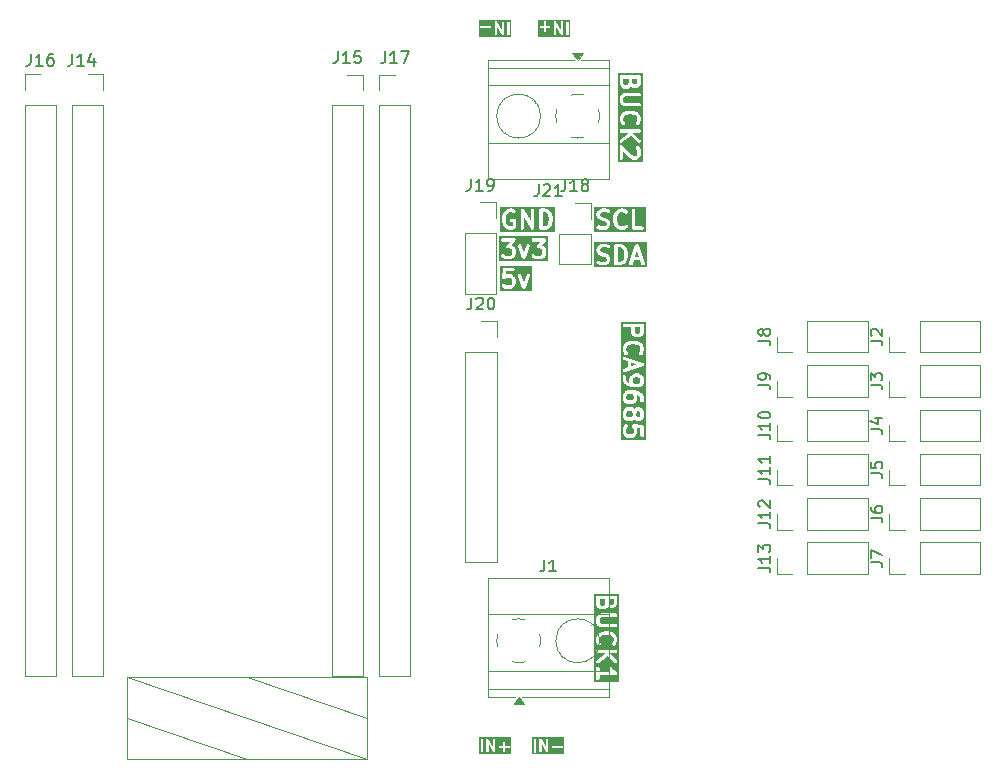
<source format=gbr>
%TF.GenerationSoftware,KiCad,Pcbnew,9.0.0*%
%TF.CreationDate,2025-03-26T16:29:40-04:00*%
%TF.ProjectId,spotmicro22mm,73706f74-6d69-4637-926f-32326d6d2e6b,rev?*%
%TF.SameCoordinates,Original*%
%TF.FileFunction,Legend,Top*%
%TF.FilePolarity,Positive*%
%FSLAX46Y46*%
G04 Gerber Fmt 4.6, Leading zero omitted, Abs format (unit mm)*
G04 Created by KiCad (PCBNEW 9.0.0) date 2025-03-26 16:29:40*
%MOMM*%
%LPD*%
G01*
G04 APERTURE LIST*
%ADD10C,0.100000*%
%ADD11C,0.300000*%
%ADD12C,0.200000*%
%ADD13C,0.150000*%
%ADD14C,0.120000*%
G04 APERTURE END LIST*
D10*
X89830000Y-113090000D02*
X110170000Y-120000000D01*
X100000000Y-113090000D02*
X110170000Y-116545000D01*
X89830000Y-116545000D02*
X100000000Y-120000000D01*
X89830000Y-113090000D02*
X110170000Y-113090000D01*
X110170000Y-120000000D01*
X89830000Y-120000000D01*
X89830000Y-113090000D01*
D11*
G36*
X131723482Y-76753361D02*
G01*
X131824089Y-76853968D01*
X131877268Y-76960327D01*
X131940224Y-77212148D01*
X131940224Y-77389507D01*
X131877268Y-77641328D01*
X131824089Y-77747688D01*
X131723483Y-77848294D01*
X131565881Y-77900828D01*
X131383081Y-77900828D01*
X131383081Y-76700828D01*
X131565884Y-76700828D01*
X131723482Y-76753361D01*
G37*
G36*
X133167826Y-77472257D02*
G01*
X132869767Y-77472257D01*
X133018796Y-77025169D01*
X133167826Y-77472257D01*
G37*
G36*
X133834286Y-78367495D02*
G01*
X129416415Y-78367495D01*
X129416415Y-76836542D01*
X129583082Y-76836542D01*
X129583082Y-76979400D01*
X129585964Y-77008664D01*
X129588026Y-77013642D01*
X129588408Y-77019018D01*
X129598918Y-77046482D01*
X129670346Y-77189339D01*
X129678274Y-77201934D01*
X129679790Y-77205593D01*
X129683169Y-77209710D01*
X129686011Y-77214225D01*
X129689005Y-77216821D01*
X129698445Y-77228324D01*
X129769874Y-77299752D01*
X129781374Y-77309190D01*
X129783971Y-77312184D01*
X129788483Y-77315024D01*
X129792604Y-77318406D01*
X129796263Y-77319921D01*
X129808857Y-77327849D01*
X129951713Y-77399278D01*
X129953855Y-77400097D01*
X129954725Y-77400742D01*
X129966996Y-77405126D01*
X129979177Y-77409787D01*
X129980257Y-77409863D01*
X129982416Y-77410635D01*
X130252154Y-77478069D01*
X130358513Y-77531248D01*
X130395517Y-77568253D01*
X130440225Y-77657667D01*
X130440225Y-77729703D01*
X130395517Y-77819117D01*
X130358514Y-77856121D01*
X130269101Y-77900828D01*
X129971711Y-77900828D01*
X129780516Y-77837097D01*
X129751842Y-77830577D01*
X129693462Y-77834727D01*
X129641115Y-77860901D01*
X129602767Y-77905115D01*
X129584259Y-77960640D01*
X129588409Y-78019020D01*
X129614583Y-78071367D01*
X129658797Y-78109715D01*
X129685648Y-78121703D01*
X129899934Y-78193131D01*
X129914446Y-78196430D01*
X129918104Y-78197946D01*
X129923406Y-78198468D01*
X129928608Y-78199651D01*
X129932562Y-78199369D01*
X129947368Y-78200828D01*
X130304510Y-78200828D01*
X130333774Y-78197946D01*
X130338752Y-78195883D01*
X130344128Y-78195502D01*
X130371591Y-78184992D01*
X130514450Y-78113564D01*
X130527044Y-78105635D01*
X130530704Y-78104120D01*
X130534824Y-78100738D01*
X130539335Y-78097899D01*
X130541929Y-78094907D01*
X130553435Y-78085465D01*
X130624863Y-78014036D01*
X130634301Y-78002535D01*
X130637295Y-77999939D01*
X130640135Y-77995426D01*
X130643517Y-77991306D01*
X130645032Y-77987646D01*
X130652960Y-77975053D01*
X130724389Y-77832197D01*
X130734898Y-77804733D01*
X130735279Y-77799358D01*
X130737343Y-77794378D01*
X130740225Y-77765114D01*
X130740225Y-77622257D01*
X130737343Y-77592993D01*
X130735279Y-77588012D01*
X130734898Y-77582638D01*
X130724389Y-77555174D01*
X130652960Y-77412318D01*
X130645032Y-77399724D01*
X130643517Y-77396065D01*
X130640135Y-77391944D01*
X130637295Y-77387432D01*
X130634301Y-77384835D01*
X130624863Y-77373335D01*
X130553435Y-77301906D01*
X130541932Y-77292466D01*
X130539336Y-77289472D01*
X130534821Y-77286630D01*
X130530704Y-77283251D01*
X130527045Y-77281735D01*
X130514450Y-77273807D01*
X130371592Y-77202378D01*
X130369451Y-77201558D01*
X130368581Y-77200914D01*
X130356325Y-77196535D01*
X130344129Y-77191868D01*
X130343045Y-77191791D01*
X130340890Y-77191021D01*
X130071152Y-77123586D01*
X129964792Y-77070406D01*
X129927787Y-77033401D01*
X129883082Y-76943990D01*
X129883082Y-76871951D01*
X129927787Y-76782540D01*
X129964792Y-76745535D01*
X130054206Y-76700828D01*
X130351599Y-76700828D01*
X130542790Y-76764559D01*
X130571464Y-76771079D01*
X130629844Y-76766930D01*
X130682191Y-76740756D01*
X130720539Y-76696542D01*
X130739047Y-76641018D01*
X130734898Y-76582638D01*
X130718993Y-76550828D01*
X131083081Y-76550828D01*
X131083081Y-78050828D01*
X131085963Y-78080092D01*
X131108361Y-78134164D01*
X131149745Y-78175548D01*
X131203817Y-78197946D01*
X131233081Y-78200828D01*
X131590224Y-78200828D01*
X131605029Y-78199369D01*
X131608984Y-78199651D01*
X131614185Y-78198468D01*
X131619488Y-78197946D01*
X131623145Y-78196430D01*
X131637658Y-78193131D01*
X131851944Y-78121703D01*
X131878795Y-78109715D01*
X131882866Y-78106183D01*
X131887846Y-78104121D01*
X131910576Y-78085466D01*
X131963975Y-78032067D01*
X132369974Y-78032067D01*
X132374123Y-78090448D01*
X132400297Y-78142795D01*
X132444511Y-78181142D01*
X132500035Y-78199650D01*
X132558416Y-78195501D01*
X132610763Y-78169327D01*
X132649110Y-78125113D01*
X132661098Y-78098262D01*
X132769767Y-77772257D01*
X133267826Y-77772257D01*
X133376494Y-78098262D01*
X133388482Y-78125113D01*
X133426829Y-78169328D01*
X133479177Y-78195501D01*
X133537557Y-78199651D01*
X133593081Y-78181142D01*
X133637295Y-78142795D01*
X133663469Y-78090448D01*
X133667619Y-78032068D01*
X133661099Y-78003394D01*
X133161098Y-76503394D01*
X133149110Y-76476543D01*
X133142087Y-76468446D01*
X133137295Y-76458861D01*
X133123086Y-76446537D01*
X133110763Y-76432329D01*
X133101177Y-76427536D01*
X133093081Y-76420514D01*
X133075237Y-76414565D01*
X133058416Y-76406155D01*
X133047727Y-76405395D01*
X133037557Y-76402005D01*
X133018791Y-76403338D01*
X133000035Y-76402006D01*
X132989867Y-76405395D01*
X132979177Y-76406155D01*
X132962353Y-76414566D01*
X132944511Y-76420514D01*
X132936416Y-76427534D01*
X132926829Y-76432328D01*
X132914503Y-76446539D01*
X132900297Y-76458861D01*
X132895504Y-76468445D01*
X132888482Y-76476543D01*
X132876494Y-76503394D01*
X132376494Y-78003394D01*
X132369974Y-78032067D01*
X131963975Y-78032067D01*
X132053433Y-77942608D01*
X132062871Y-77931106D01*
X132065866Y-77928510D01*
X132068706Y-77923996D01*
X132072088Y-77919877D01*
X132073603Y-77916217D01*
X132081531Y-77903624D01*
X132152960Y-77760768D01*
X132153779Y-77758625D01*
X132154424Y-77757756D01*
X132158808Y-77745484D01*
X132163469Y-77733304D01*
X132163545Y-77732223D01*
X132164317Y-77730065D01*
X132235745Y-77444351D01*
X132236494Y-77439279D01*
X132237342Y-77437235D01*
X132238427Y-77426212D01*
X132240047Y-77415262D01*
X132239721Y-77413074D01*
X132240224Y-77407971D01*
X132240224Y-77193685D01*
X132239721Y-77188581D01*
X132240047Y-77186394D01*
X132238427Y-77175443D01*
X132237342Y-77164421D01*
X132236494Y-77162376D01*
X132235745Y-77157305D01*
X132164317Y-76871591D01*
X132163545Y-76869432D01*
X132163469Y-76868352D01*
X132158808Y-76856171D01*
X132154424Y-76843900D01*
X132153779Y-76843030D01*
X132152960Y-76840888D01*
X132081531Y-76698032D01*
X132073604Y-76685440D01*
X132072088Y-76681778D01*
X132068704Y-76677655D01*
X132065866Y-76673146D01*
X132062873Y-76670550D01*
X132053433Y-76659048D01*
X131910576Y-76516191D01*
X131887845Y-76497536D01*
X131882865Y-76495473D01*
X131878795Y-76491943D01*
X131851944Y-76479954D01*
X131637658Y-76408526D01*
X131623150Y-76405227D01*
X131619488Y-76403710D01*
X131614179Y-76403187D01*
X131608985Y-76402006D01*
X131605035Y-76402286D01*
X131590224Y-76400828D01*
X131233081Y-76400828D01*
X131203817Y-76403710D01*
X131149745Y-76426108D01*
X131108361Y-76467492D01*
X131085963Y-76521564D01*
X131083081Y-76550828D01*
X130718993Y-76550828D01*
X130708724Y-76530290D01*
X130664510Y-76491943D01*
X130637659Y-76479954D01*
X130423373Y-76408526D01*
X130408865Y-76405227D01*
X130405203Y-76403710D01*
X130399894Y-76403187D01*
X130394700Y-76402006D01*
X130390750Y-76402286D01*
X130375939Y-76400828D01*
X130018796Y-76400828D01*
X129989532Y-76403710D01*
X129984551Y-76405773D01*
X129979177Y-76406155D01*
X129951713Y-76416664D01*
X129808857Y-76488093D01*
X129796263Y-76496020D01*
X129792604Y-76497536D01*
X129788483Y-76500917D01*
X129783971Y-76503758D01*
X129781374Y-76506751D01*
X129769874Y-76516190D01*
X129698445Y-76587618D01*
X129689005Y-76599120D01*
X129686011Y-76601717D01*
X129683169Y-76606231D01*
X129679790Y-76610349D01*
X129678274Y-76614007D01*
X129670346Y-76626603D01*
X129598918Y-76769460D01*
X129588408Y-76796924D01*
X129588026Y-76802299D01*
X129585964Y-76807278D01*
X129583082Y-76836542D01*
X129416415Y-76836542D01*
X129416415Y-76234161D01*
X133834286Y-76234161D01*
X133834286Y-78367495D01*
G37*
G36*
X132574601Y-90570643D02*
G01*
X132611606Y-90607648D01*
X132656314Y-90697062D01*
X132656314Y-90911956D01*
X132611607Y-91001370D01*
X132574603Y-91038373D01*
X132485190Y-91083081D01*
X132270295Y-91083081D01*
X132180882Y-91038374D01*
X132143878Y-91001370D01*
X132099171Y-90911956D01*
X132099171Y-90697062D01*
X132143878Y-90607647D01*
X132180882Y-90570643D01*
X132270295Y-90525938D01*
X132485190Y-90525938D01*
X132574601Y-90570643D01*
G37*
G36*
X133217458Y-90570643D02*
G01*
X133254463Y-90607648D01*
X133299171Y-90697062D01*
X133299171Y-90911956D01*
X133254464Y-91001370D01*
X133217460Y-91038373D01*
X133128047Y-91083081D01*
X133127438Y-91083081D01*
X133038024Y-91038373D01*
X133001020Y-91001370D01*
X132956314Y-90911957D01*
X132956314Y-90697061D01*
X133001019Y-90607649D01*
X133038024Y-90570644D01*
X133127438Y-90525938D01*
X133128047Y-90525938D01*
X133217458Y-90570643D01*
G37*
G36*
X132646030Y-89142072D02*
G01*
X132683035Y-89179077D01*
X132727742Y-89268490D01*
X132727742Y-89483385D01*
X132683036Y-89572797D01*
X132646032Y-89609802D01*
X132556618Y-89654510D01*
X132270295Y-89654510D01*
X132180882Y-89609803D01*
X132143878Y-89572799D01*
X132099171Y-89483385D01*
X132099171Y-89268491D01*
X132143878Y-89179076D01*
X132180882Y-89142072D01*
X132270295Y-89097367D01*
X132556618Y-89097367D01*
X132646030Y-89142072D01*
G37*
G36*
X133217458Y-87713501D02*
G01*
X133254463Y-87750506D01*
X133299171Y-87839920D01*
X133299171Y-88054814D01*
X133254464Y-88144228D01*
X133217460Y-88181231D01*
X133128047Y-88225939D01*
X132841724Y-88225939D01*
X132752310Y-88181231D01*
X132715306Y-88144228D01*
X132670600Y-88054815D01*
X132670600Y-87839919D01*
X132715305Y-87750507D01*
X132752310Y-87713502D01*
X132841724Y-87668796D01*
X133128047Y-87668796D01*
X133217458Y-87713501D01*
G37*
G36*
X132974828Y-86590225D02*
G01*
X132527742Y-86739254D01*
X132527742Y-86441195D01*
X132974828Y-86590225D01*
G37*
G36*
X133299171Y-83840528D02*
G01*
X133254463Y-83929942D01*
X133217458Y-83966947D01*
X133128047Y-84011653D01*
X132984581Y-84011653D01*
X132895167Y-83966946D01*
X132858162Y-83929941D01*
X132813457Y-83840529D01*
X132813457Y-83454510D01*
X133299171Y-83454510D01*
X133299171Y-83840528D01*
G37*
G36*
X133765838Y-92978319D02*
G01*
X131632504Y-92978319D01*
X131632504Y-92018795D01*
X131799171Y-92018795D01*
X131799171Y-92375937D01*
X131802053Y-92405201D01*
X131804114Y-92410178D01*
X131804497Y-92415556D01*
X131815007Y-92443019D01*
X131886436Y-92585877D01*
X131894363Y-92598470D01*
X131895879Y-92602130D01*
X131899260Y-92606249D01*
X131902101Y-92610763D01*
X131905094Y-92613359D01*
X131914534Y-92624861D01*
X131985962Y-92696289D01*
X131997464Y-92705729D01*
X132000060Y-92708722D01*
X132004569Y-92711560D01*
X132008692Y-92714944D01*
X132012354Y-92716460D01*
X132024946Y-92724387D01*
X132167802Y-92795816D01*
X132195266Y-92806325D01*
X132200640Y-92806706D01*
X132205621Y-92808770D01*
X132234885Y-92811652D01*
X132592028Y-92811652D01*
X132621292Y-92808770D01*
X132626272Y-92806706D01*
X132631647Y-92806325D01*
X132659110Y-92795816D01*
X132801967Y-92724387D01*
X132814562Y-92716458D01*
X132818219Y-92714944D01*
X132822336Y-92711564D01*
X132826853Y-92708722D01*
X132829450Y-92705727D01*
X132840950Y-92696290D01*
X132912379Y-92624862D01*
X132921818Y-92613359D01*
X132924814Y-92610762D01*
X132927655Y-92606247D01*
X132931034Y-92602131D01*
X132932549Y-92598472D01*
X132940478Y-92585876D01*
X133011907Y-92443018D01*
X133022416Y-92415555D01*
X133022797Y-92410179D01*
X133024860Y-92405201D01*
X133027742Y-92375937D01*
X133027742Y-92018795D01*
X133024860Y-91989531D01*
X133022797Y-91984552D01*
X133022761Y-91984044D01*
X133299171Y-92011685D01*
X133299171Y-92590223D01*
X133302053Y-92619487D01*
X133324451Y-92673559D01*
X133365835Y-92714943D01*
X133419907Y-92737341D01*
X133478435Y-92737341D01*
X133532507Y-92714943D01*
X133573891Y-92673559D01*
X133596289Y-92619487D01*
X133599171Y-92590223D01*
X133599171Y-91875937D01*
X133598104Y-91865110D01*
X133598470Y-91861457D01*
X133597393Y-91857889D01*
X133596289Y-91846673D01*
X133587895Y-91826410D01*
X133581564Y-91805425D01*
X133576782Y-91799580D01*
X133573891Y-91792601D01*
X133558385Y-91777095D01*
X133544503Y-91760128D01*
X133537847Y-91756557D01*
X133532507Y-91751217D01*
X133512249Y-91742825D01*
X133492928Y-91732461D01*
X133481880Y-91730246D01*
X133478435Y-91728819D01*
X133474761Y-91728819D01*
X133464096Y-91726681D01*
X132749810Y-91655253D01*
X132720405Y-91655209D01*
X132713174Y-91657391D01*
X132705621Y-91657391D01*
X132685361Y-91665782D01*
X132664373Y-91672116D01*
X132658528Y-91676897D01*
X132651549Y-91679789D01*
X132636045Y-91695293D01*
X132619076Y-91709177D01*
X132615504Y-91715833D01*
X132610164Y-91721175D01*
X132601774Y-91741429D01*
X132591409Y-91760752D01*
X132590657Y-91768269D01*
X132587767Y-91775247D01*
X132587767Y-91797170D01*
X132585585Y-91818989D01*
X132587767Y-91826220D01*
X132587767Y-91833773D01*
X132596158Y-91854032D01*
X132602492Y-91875021D01*
X132607273Y-91880865D01*
X132610165Y-91887845D01*
X132628820Y-91910576D01*
X132683036Y-91964792D01*
X132727742Y-92054204D01*
X132727742Y-92340527D01*
X132683036Y-92429939D01*
X132646032Y-92466944D01*
X132556618Y-92511652D01*
X132270295Y-92511652D01*
X132180882Y-92466945D01*
X132143878Y-92429941D01*
X132099171Y-92340527D01*
X132099171Y-92054205D01*
X132143878Y-91964791D01*
X132198094Y-91910575D01*
X132216749Y-91887845D01*
X132239145Y-91833772D01*
X132239145Y-91775246D01*
X132216749Y-91721174D01*
X132175363Y-91679788D01*
X132121291Y-91657392D01*
X132062765Y-91657392D01*
X132008692Y-91679788D01*
X131985962Y-91698443D01*
X131914534Y-91769871D01*
X131905094Y-91781372D01*
X131902101Y-91783969D01*
X131899260Y-91788482D01*
X131895879Y-91792602D01*
X131894363Y-91796261D01*
X131886436Y-91808855D01*
X131815007Y-91951713D01*
X131804497Y-91979176D01*
X131804114Y-91984553D01*
X131802053Y-91989531D01*
X131799171Y-92018795D01*
X131632504Y-92018795D01*
X131632504Y-90661652D01*
X131799171Y-90661652D01*
X131799171Y-90947366D01*
X131802053Y-90976630D01*
X131804114Y-90981607D01*
X131804497Y-90986985D01*
X131815007Y-91014448D01*
X131886436Y-91157306D01*
X131894363Y-91169899D01*
X131895879Y-91173559D01*
X131899260Y-91177678D01*
X131902101Y-91182192D01*
X131905094Y-91184788D01*
X131914534Y-91196290D01*
X131985962Y-91267718D01*
X131997464Y-91277158D01*
X132000060Y-91280151D01*
X132004569Y-91282989D01*
X132008692Y-91286373D01*
X132012354Y-91287889D01*
X132024946Y-91295816D01*
X132167802Y-91367245D01*
X132195266Y-91377754D01*
X132200640Y-91378135D01*
X132205621Y-91380199D01*
X132234885Y-91383081D01*
X132520600Y-91383081D01*
X132549864Y-91380199D01*
X132554844Y-91378135D01*
X132560219Y-91377754D01*
X132587682Y-91367245D01*
X132730539Y-91295816D01*
X132743132Y-91287888D01*
X132746792Y-91286373D01*
X132750911Y-91282991D01*
X132755425Y-91280151D01*
X132758021Y-91277157D01*
X132769523Y-91267718D01*
X132806313Y-91230927D01*
X132843106Y-91267719D01*
X132854606Y-91277157D01*
X132857203Y-91280151D01*
X132861715Y-91282991D01*
X132865836Y-91286373D01*
X132869495Y-91287888D01*
X132882089Y-91295816D01*
X133024945Y-91367245D01*
X133052409Y-91377754D01*
X133057783Y-91378135D01*
X133062764Y-91380199D01*
X133092028Y-91383081D01*
X133163457Y-91383081D01*
X133192721Y-91380199D01*
X133197701Y-91378135D01*
X133203076Y-91377754D01*
X133230539Y-91367245D01*
X133373396Y-91295816D01*
X133385989Y-91287888D01*
X133389649Y-91286373D01*
X133393768Y-91282991D01*
X133398282Y-91280151D01*
X133400878Y-91277157D01*
X133412380Y-91267718D01*
X133483808Y-91196290D01*
X133493248Y-91184787D01*
X133496241Y-91182192D01*
X133499079Y-91177682D01*
X133502463Y-91173560D01*
X133503979Y-91169897D01*
X133511906Y-91157306D01*
X133583335Y-91014448D01*
X133593845Y-90986985D01*
X133594227Y-90981607D01*
X133596289Y-90976630D01*
X133599171Y-90947366D01*
X133599171Y-90661652D01*
X133596289Y-90632388D01*
X133594225Y-90627407D01*
X133593844Y-90622033D01*
X133583335Y-90594569D01*
X133511906Y-90451713D01*
X133503978Y-90439119D01*
X133502463Y-90435460D01*
X133499081Y-90431339D01*
X133496241Y-90426827D01*
X133493247Y-90424230D01*
X133483809Y-90412730D01*
X133412381Y-90341301D01*
X133400878Y-90331861D01*
X133398282Y-90328867D01*
X133393767Y-90326025D01*
X133389650Y-90322646D01*
X133385991Y-90321130D01*
X133373396Y-90313202D01*
X133230539Y-90241774D01*
X133203075Y-90231264D01*
X133197699Y-90230882D01*
X133192721Y-90228820D01*
X133163457Y-90225938D01*
X133092028Y-90225938D01*
X133062764Y-90228820D01*
X133057785Y-90230882D01*
X133052410Y-90231264D01*
X133024947Y-90241774D01*
X132882089Y-90313202D01*
X132869497Y-90321128D01*
X132865836Y-90322645D01*
X132861713Y-90326028D01*
X132857204Y-90328867D01*
X132854609Y-90331858D01*
X132843105Y-90341300D01*
X132806313Y-90378091D01*
X132769524Y-90341301D01*
X132758021Y-90331861D01*
X132755425Y-90328867D01*
X132750910Y-90326025D01*
X132746793Y-90322646D01*
X132743134Y-90321130D01*
X132730539Y-90313202D01*
X132587682Y-90241774D01*
X132560218Y-90231264D01*
X132554842Y-90230882D01*
X132549864Y-90228820D01*
X132520600Y-90225938D01*
X132234885Y-90225938D01*
X132205621Y-90228820D01*
X132200642Y-90230882D01*
X132195267Y-90231264D01*
X132167804Y-90241774D01*
X132024946Y-90313202D01*
X132012351Y-90321130D01*
X132008692Y-90322646D01*
X132004571Y-90326027D01*
X132000061Y-90328867D01*
X131997466Y-90331858D01*
X131985961Y-90341301D01*
X131914533Y-90412730D01*
X131905095Y-90424229D01*
X131902101Y-90426827D01*
X131899258Y-90431343D01*
X131895879Y-90435461D01*
X131894364Y-90439117D01*
X131886436Y-90451713D01*
X131815007Y-90594570D01*
X131804498Y-90622033D01*
X131804116Y-90627407D01*
X131802053Y-90632388D01*
X131799171Y-90661652D01*
X131632504Y-90661652D01*
X131632504Y-89233081D01*
X131799171Y-89233081D01*
X131799171Y-89518795D01*
X131802053Y-89548059D01*
X131804114Y-89553036D01*
X131804497Y-89558414D01*
X131815007Y-89585877D01*
X131886436Y-89728735D01*
X131894363Y-89741328D01*
X131895879Y-89744988D01*
X131899260Y-89749107D01*
X131902101Y-89753621D01*
X131905094Y-89756217D01*
X131914534Y-89767719D01*
X131985962Y-89839147D01*
X131997464Y-89848587D01*
X132000060Y-89851580D01*
X132004569Y-89854418D01*
X132008692Y-89857802D01*
X132012354Y-89859318D01*
X132024946Y-89867245D01*
X132167802Y-89938674D01*
X132195266Y-89949183D01*
X132200640Y-89949564D01*
X132205621Y-89951628D01*
X132234885Y-89954510D01*
X132592028Y-89954510D01*
X132621292Y-89951628D01*
X132626272Y-89949564D01*
X132631647Y-89949183D01*
X132659110Y-89938674D01*
X132801967Y-89867245D01*
X132814562Y-89859316D01*
X132818219Y-89857802D01*
X132822336Y-89854422D01*
X132826853Y-89851580D01*
X132829450Y-89848585D01*
X132840950Y-89839148D01*
X132912379Y-89767720D01*
X132921818Y-89756217D01*
X132924814Y-89753620D01*
X132927655Y-89749105D01*
X132931034Y-89744989D01*
X132932549Y-89741330D01*
X132940478Y-89728734D01*
X133011907Y-89585876D01*
X133022416Y-89558413D01*
X133022797Y-89553037D01*
X133024860Y-89548059D01*
X133027742Y-89518795D01*
X133027742Y-89233081D01*
X133024860Y-89203817D01*
X133022797Y-89198838D01*
X133022416Y-89193463D01*
X133011906Y-89166000D01*
X133004695Y-89151577D01*
X133030441Y-89158014D01*
X133210748Y-89278219D01*
X133254464Y-89321935D01*
X133299171Y-89411348D01*
X133299171Y-89661653D01*
X133302053Y-89690917D01*
X133324451Y-89744989D01*
X133365835Y-89786373D01*
X133419907Y-89808771D01*
X133478435Y-89808771D01*
X133532507Y-89786373D01*
X133573891Y-89744989D01*
X133596289Y-89690917D01*
X133599171Y-89661653D01*
X133599171Y-89375938D01*
X133596289Y-89346674D01*
X133594225Y-89341693D01*
X133593844Y-89336319D01*
X133583335Y-89308855D01*
X133511906Y-89165999D01*
X133503979Y-89153407D01*
X133502463Y-89149745D01*
X133499079Y-89145622D01*
X133496241Y-89141113D01*
X133493248Y-89138517D01*
X133483808Y-89127015D01*
X133412380Y-89055587D01*
X133412300Y-89055522D01*
X133412270Y-89055476D01*
X133400884Y-89046153D01*
X133389649Y-89036932D01*
X133389598Y-89036911D01*
X133389519Y-89036846D01*
X133175233Y-88893988D01*
X133159077Y-88885373D01*
X133156099Y-88883167D01*
X133152582Y-88881910D01*
X133149286Y-88880153D01*
X133145648Y-88879433D01*
X133128408Y-88873274D01*
X132842694Y-88801846D01*
X132837622Y-88801096D01*
X132835578Y-88800249D01*
X132824555Y-88799163D01*
X132813605Y-88797544D01*
X132811417Y-88797869D01*
X132806314Y-88797367D01*
X132234885Y-88797367D01*
X132205621Y-88800249D01*
X132200642Y-88802311D01*
X132195267Y-88802693D01*
X132167804Y-88813203D01*
X132024946Y-88884631D01*
X132012351Y-88892559D01*
X132008692Y-88894075D01*
X132004571Y-88897456D01*
X132000061Y-88900296D01*
X131997466Y-88903287D01*
X131985961Y-88912730D01*
X131914533Y-88984159D01*
X131905095Y-88995658D01*
X131902101Y-88998256D01*
X131899258Y-89002772D01*
X131895879Y-89006890D01*
X131894364Y-89010546D01*
X131886436Y-89023142D01*
X131815007Y-89165999D01*
X131804498Y-89193462D01*
X131804116Y-89198836D01*
X131802053Y-89203817D01*
X131799171Y-89233081D01*
X131632504Y-89233081D01*
X131632504Y-87661653D01*
X131799171Y-87661653D01*
X131799171Y-87947367D01*
X131802053Y-87976631D01*
X131804116Y-87981611D01*
X131804498Y-87986986D01*
X131815007Y-88014449D01*
X131886436Y-88157306D01*
X131894364Y-88169901D01*
X131895879Y-88173558D01*
X131899258Y-88177675D01*
X131902101Y-88182192D01*
X131905095Y-88184789D01*
X131914533Y-88196289D01*
X131985961Y-88267718D01*
X131986043Y-88267785D01*
X131986073Y-88267830D01*
X131997612Y-88277280D01*
X132008692Y-88286373D01*
X132008739Y-88286392D01*
X132008823Y-88286461D01*
X132223109Y-88429318D01*
X132239264Y-88437931D01*
X132242242Y-88440138D01*
X132245758Y-88441394D01*
X132249057Y-88443153D01*
X132252695Y-88443872D01*
X132269933Y-88450031D01*
X132555647Y-88521460D01*
X132560719Y-88522210D01*
X132562764Y-88523057D01*
X132573783Y-88524142D01*
X132584736Y-88525762D01*
X132586924Y-88525436D01*
X132592028Y-88525939D01*
X133163457Y-88525939D01*
X133192721Y-88523057D01*
X133197701Y-88520993D01*
X133203076Y-88520612D01*
X133230539Y-88510103D01*
X133373396Y-88438674D01*
X133385989Y-88430746D01*
X133389649Y-88429231D01*
X133393768Y-88425849D01*
X133398282Y-88423009D01*
X133400878Y-88420015D01*
X133412380Y-88410576D01*
X133483808Y-88339148D01*
X133493248Y-88327645D01*
X133496241Y-88325050D01*
X133499079Y-88320540D01*
X133502463Y-88316418D01*
X133503979Y-88312755D01*
X133511906Y-88300164D01*
X133583335Y-88157306D01*
X133593845Y-88129843D01*
X133594227Y-88124465D01*
X133596289Y-88119488D01*
X133599171Y-88090224D01*
X133599171Y-87804510D01*
X133596289Y-87775246D01*
X133594225Y-87770265D01*
X133593844Y-87764891D01*
X133583335Y-87737427D01*
X133511906Y-87594571D01*
X133503978Y-87581977D01*
X133502463Y-87578318D01*
X133499081Y-87574197D01*
X133496241Y-87569685D01*
X133493247Y-87567088D01*
X133483809Y-87555588D01*
X133412381Y-87484159D01*
X133400878Y-87474719D01*
X133398282Y-87471725D01*
X133393767Y-87468883D01*
X133389650Y-87465504D01*
X133385991Y-87463988D01*
X133373396Y-87456060D01*
X133230539Y-87384632D01*
X133203075Y-87374122D01*
X133197699Y-87373740D01*
X133192721Y-87371678D01*
X133163457Y-87368796D01*
X132806314Y-87368796D01*
X132777050Y-87371678D01*
X132772071Y-87373740D01*
X132766696Y-87374122D01*
X132739233Y-87384632D01*
X132596375Y-87456060D01*
X132583783Y-87463986D01*
X132580122Y-87465503D01*
X132575999Y-87468886D01*
X132571490Y-87471725D01*
X132568895Y-87474716D01*
X132557391Y-87484158D01*
X132485962Y-87555587D01*
X132476522Y-87567088D01*
X132473529Y-87569685D01*
X132470688Y-87574198D01*
X132467307Y-87578318D01*
X132465791Y-87581977D01*
X132457864Y-87594571D01*
X132386436Y-87737428D01*
X132375926Y-87764892D01*
X132375544Y-87770267D01*
X132373482Y-87775246D01*
X132370600Y-87804510D01*
X132370600Y-88090224D01*
X132373482Y-88119488D01*
X132375544Y-88124466D01*
X132375926Y-88129842D01*
X132386436Y-88157305D01*
X132393646Y-88171727D01*
X132367900Y-88165290D01*
X132187590Y-88045083D01*
X132143878Y-88001371D01*
X132099171Y-87911956D01*
X132099171Y-87661653D01*
X132096289Y-87632389D01*
X132073891Y-87578317D01*
X132032507Y-87536933D01*
X131978435Y-87514535D01*
X131919907Y-87514535D01*
X131865835Y-87536933D01*
X131824451Y-87578317D01*
X131802053Y-87632389D01*
X131799171Y-87661653D01*
X131632504Y-87661653D01*
X131632504Y-86071464D01*
X131800349Y-86071464D01*
X131804498Y-86129845D01*
X131830672Y-86182192D01*
X131874886Y-86220539D01*
X131901737Y-86232527D01*
X132227742Y-86341195D01*
X132227742Y-86839254D01*
X131901737Y-86947923D01*
X131874886Y-86959911D01*
X131830672Y-86998258D01*
X131804498Y-87050605D01*
X131800349Y-87108986D01*
X131818857Y-87164510D01*
X131857204Y-87208724D01*
X131909551Y-87234898D01*
X131967932Y-87239047D01*
X131996605Y-87232527D01*
X133496605Y-86732527D01*
X133523456Y-86720539D01*
X133531553Y-86713516D01*
X133541138Y-86708724D01*
X133553459Y-86694517D01*
X133567671Y-86682192D01*
X133572464Y-86672604D01*
X133579485Y-86664510D01*
X133585433Y-86646665D01*
X133593844Y-86629844D01*
X133594603Y-86619156D01*
X133597994Y-86608986D01*
X133596660Y-86590225D01*
X133597994Y-86571464D01*
X133594603Y-86561293D01*
X133593844Y-86550606D01*
X133585433Y-86533784D01*
X133579485Y-86515940D01*
X133572464Y-86507845D01*
X133567671Y-86498258D01*
X133553459Y-86485932D01*
X133541138Y-86471726D01*
X133531553Y-86466933D01*
X133523456Y-86459911D01*
X133496605Y-86447923D01*
X131996605Y-85947923D01*
X131967932Y-85941403D01*
X131909551Y-85945552D01*
X131857204Y-85971726D01*
X131818857Y-86015940D01*
X131800349Y-86071464D01*
X131632504Y-86071464D01*
X131632504Y-85233082D01*
X131799171Y-85233082D01*
X131799171Y-85375939D01*
X131800629Y-85390750D01*
X131800349Y-85394700D01*
X131801530Y-85399894D01*
X131802053Y-85405203D01*
X131803570Y-85408865D01*
X131806869Y-85423373D01*
X131878297Y-85637659D01*
X131890286Y-85664510D01*
X131893816Y-85668580D01*
X131895879Y-85673560D01*
X131914534Y-85696291D01*
X131985962Y-85767719D01*
X132008692Y-85786374D01*
X132062765Y-85808770D01*
X132121291Y-85808770D01*
X132175363Y-85786374D01*
X132216749Y-85744988D01*
X132239145Y-85690916D01*
X132239145Y-85632390D01*
X132216749Y-85578317D01*
X132198094Y-85555587D01*
X132151704Y-85509197D01*
X132099171Y-85351598D01*
X132099171Y-85257422D01*
X132151704Y-85099823D01*
X132252311Y-84999216D01*
X132358670Y-84946037D01*
X132610492Y-84883082D01*
X132787850Y-84883082D01*
X133039671Y-84946036D01*
X133146031Y-84999217D01*
X133246637Y-85099823D01*
X133299171Y-85257424D01*
X133299171Y-85351596D01*
X133246637Y-85509197D01*
X133200248Y-85555587D01*
X133181593Y-85578318D01*
X133159196Y-85632390D01*
X133159196Y-85690916D01*
X133181593Y-85744988D01*
X133222979Y-85786374D01*
X133277051Y-85808771D01*
X133335577Y-85808771D01*
X133389649Y-85786374D01*
X133412380Y-85767719D01*
X133483808Y-85696291D01*
X133502463Y-85673561D01*
X133504526Y-85668580D01*
X133508056Y-85664510D01*
X133520044Y-85637659D01*
X133591473Y-85423374D01*
X133594772Y-85408864D01*
X133596289Y-85405203D01*
X133596811Y-85399894D01*
X133597993Y-85394700D01*
X133597712Y-85390750D01*
X133599171Y-85375939D01*
X133599171Y-85233082D01*
X133597712Y-85218270D01*
X133597993Y-85214321D01*
X133596811Y-85209126D01*
X133596289Y-85203818D01*
X133594772Y-85200156D01*
X133591473Y-85185647D01*
X133520044Y-84971362D01*
X133508056Y-84944511D01*
X133504526Y-84940441D01*
X133502463Y-84935460D01*
X133483808Y-84912730D01*
X133340951Y-84769873D01*
X133329449Y-84760433D01*
X133326853Y-84757440D01*
X133322339Y-84754599D01*
X133318220Y-84751218D01*
X133314560Y-84749702D01*
X133301967Y-84741775D01*
X133159110Y-84670346D01*
X133156969Y-84669526D01*
X133156099Y-84668882D01*
X133143821Y-84664495D01*
X133131647Y-84659837D01*
X133130566Y-84659760D01*
X133128408Y-84658989D01*
X132842694Y-84587561D01*
X132837622Y-84586811D01*
X132835578Y-84585964D01*
X132824555Y-84584878D01*
X132813605Y-84583259D01*
X132811417Y-84583584D01*
X132806314Y-84583082D01*
X132592028Y-84583082D01*
X132586924Y-84583584D01*
X132584737Y-84583259D01*
X132573786Y-84584878D01*
X132562764Y-84585964D01*
X132560719Y-84586811D01*
X132555648Y-84587561D01*
X132269934Y-84658989D01*
X132267775Y-84659760D01*
X132266695Y-84659837D01*
X132254514Y-84664497D01*
X132242243Y-84668882D01*
X132241373Y-84669526D01*
X132239231Y-84670346D01*
X132096375Y-84741775D01*
X132083783Y-84749701D01*
X132080121Y-84751218D01*
X132075998Y-84754601D01*
X132071489Y-84757440D01*
X132068893Y-84760432D01*
X132057391Y-84769873D01*
X131914534Y-84912730D01*
X131895879Y-84935461D01*
X131893816Y-84940440D01*
X131890286Y-84944511D01*
X131878297Y-84971362D01*
X131806869Y-85185648D01*
X131803570Y-85200155D01*
X131802053Y-85203818D01*
X131801530Y-85209126D01*
X131800349Y-85214321D01*
X131800629Y-85218270D01*
X131799171Y-85233082D01*
X131632504Y-85233082D01*
X131632504Y-83275246D01*
X131802053Y-83275246D01*
X131802053Y-83333774D01*
X131824451Y-83387846D01*
X131865835Y-83429230D01*
X131919907Y-83451628D01*
X131949171Y-83454510D01*
X132513457Y-83454510D01*
X132513457Y-83875939D01*
X132516339Y-83905203D01*
X132518401Y-83910181D01*
X132518783Y-83915557D01*
X132529293Y-83943021D01*
X132600721Y-84085878D01*
X132608648Y-84098471D01*
X132610164Y-84102131D01*
X132613545Y-84106250D01*
X132616386Y-84110764D01*
X132619379Y-84113360D01*
X132628819Y-84124862D01*
X132700248Y-84196291D01*
X132711752Y-84205732D01*
X132714347Y-84208724D01*
X132718856Y-84211562D01*
X132722979Y-84214946D01*
X132726640Y-84216462D01*
X132739232Y-84224389D01*
X132882090Y-84295817D01*
X132909553Y-84306327D01*
X132914928Y-84306708D01*
X132919907Y-84308771D01*
X132949171Y-84311653D01*
X133163457Y-84311653D01*
X133192721Y-84308771D01*
X133197699Y-84306708D01*
X133203075Y-84306327D01*
X133230539Y-84295817D01*
X133373396Y-84224389D01*
X133385991Y-84216460D01*
X133389650Y-84214945D01*
X133393767Y-84211565D01*
X133398282Y-84208724D01*
X133400878Y-84205729D01*
X133412381Y-84196290D01*
X133483809Y-84124861D01*
X133493247Y-84113360D01*
X133496241Y-84110764D01*
X133499081Y-84106251D01*
X133502463Y-84102131D01*
X133503978Y-84098471D01*
X133511906Y-84085878D01*
X133583335Y-83943022D01*
X133593844Y-83915558D01*
X133594225Y-83910183D01*
X133596289Y-83905203D01*
X133599171Y-83875939D01*
X133599171Y-83304510D01*
X133596289Y-83275246D01*
X133573891Y-83221174D01*
X133532507Y-83179790D01*
X133478435Y-83157392D01*
X133449171Y-83154510D01*
X131949171Y-83154510D01*
X131919907Y-83157392D01*
X131865835Y-83179790D01*
X131824451Y-83221174D01*
X131802053Y-83275246D01*
X131632504Y-83275246D01*
X131632504Y-82987843D01*
X133765838Y-82987843D01*
X133765838Y-92978319D01*
G37*
D12*
G36*
X122364577Y-119578086D02*
G01*
X119658562Y-119578086D01*
X119658562Y-118367219D01*
X119769673Y-118367219D01*
X119769673Y-119367219D01*
X119771594Y-119386728D01*
X119786526Y-119422776D01*
X119814116Y-119450366D01*
X119850164Y-119465298D01*
X119889182Y-119465298D01*
X119925230Y-119450366D01*
X119952820Y-119422776D01*
X119967752Y-119386728D01*
X119969673Y-119367219D01*
X119969673Y-118367219D01*
X120245863Y-118367219D01*
X120245863Y-119367219D01*
X120247784Y-119386728D01*
X120262716Y-119422776D01*
X120290306Y-119450366D01*
X120326354Y-119465298D01*
X120365372Y-119465298D01*
X120401420Y-119450366D01*
X120429010Y-119422776D01*
X120443942Y-119386728D01*
X120445863Y-119367219D01*
X120445863Y-118743775D01*
X120830467Y-119416833D01*
X120833385Y-119420943D01*
X120834144Y-119422776D01*
X120836010Y-119424642D01*
X120841814Y-119432818D01*
X120852330Y-119440962D01*
X120861734Y-119450366D01*
X120867621Y-119452804D01*
X120872663Y-119456709D01*
X120885495Y-119460208D01*
X120897782Y-119465298D01*
X120904158Y-119465298D01*
X120910307Y-119466975D01*
X120923500Y-119465298D01*
X120936800Y-119465298D01*
X120942688Y-119462858D01*
X120949013Y-119462055D01*
X120960562Y-119455454D01*
X120972848Y-119450366D01*
X120977355Y-119445858D01*
X120982890Y-119442696D01*
X120991034Y-119432179D01*
X121000438Y-119422776D01*
X121002876Y-119416888D01*
X121006781Y-119411847D01*
X121010280Y-119399014D01*
X121015370Y-119386728D01*
X121016352Y-119376750D01*
X121017047Y-119374204D01*
X121016796Y-119372236D01*
X121017291Y-119367219D01*
X121017291Y-118966757D01*
X121295403Y-118966757D01*
X121295403Y-119005775D01*
X121310335Y-119041823D01*
X121337925Y-119069413D01*
X121373973Y-119084345D01*
X121393482Y-119086266D01*
X121674434Y-119086266D01*
X121674434Y-119367219D01*
X121676355Y-119386728D01*
X121691287Y-119422776D01*
X121718877Y-119450366D01*
X121754925Y-119465298D01*
X121793943Y-119465298D01*
X121829991Y-119450366D01*
X121857581Y-119422776D01*
X121872513Y-119386728D01*
X121874434Y-119367219D01*
X121874434Y-119086266D01*
X122155387Y-119086266D01*
X122174896Y-119084345D01*
X122210944Y-119069413D01*
X122238534Y-119041823D01*
X122253466Y-119005775D01*
X122253466Y-118966757D01*
X122238534Y-118930709D01*
X122210944Y-118903119D01*
X122174896Y-118888187D01*
X122155387Y-118886266D01*
X121874434Y-118886266D01*
X121874434Y-118605314D01*
X121872513Y-118585805D01*
X121857581Y-118549757D01*
X121829991Y-118522167D01*
X121793943Y-118507235D01*
X121754925Y-118507235D01*
X121718877Y-118522167D01*
X121691287Y-118549757D01*
X121676355Y-118585805D01*
X121674434Y-118605314D01*
X121674434Y-118886266D01*
X121393482Y-118886266D01*
X121373973Y-118888187D01*
X121337925Y-118903119D01*
X121310335Y-118930709D01*
X121295403Y-118966757D01*
X121017291Y-118966757D01*
X121017291Y-118367219D01*
X121015370Y-118347710D01*
X121000438Y-118311662D01*
X120972848Y-118284072D01*
X120936800Y-118269140D01*
X120897782Y-118269140D01*
X120861734Y-118284072D01*
X120834144Y-118311662D01*
X120819212Y-118347710D01*
X120817291Y-118367219D01*
X120817291Y-118990662D01*
X120432687Y-118317605D01*
X120429768Y-118313494D01*
X120429010Y-118311662D01*
X120427143Y-118309795D01*
X120421340Y-118301620D01*
X120410825Y-118293477D01*
X120401420Y-118284072D01*
X120395529Y-118281632D01*
X120390491Y-118277730D01*
X120377662Y-118274231D01*
X120365372Y-118269140D01*
X120358997Y-118269140D01*
X120352848Y-118267463D01*
X120339655Y-118269140D01*
X120326354Y-118269140D01*
X120320465Y-118271579D01*
X120314141Y-118272383D01*
X120302591Y-118278983D01*
X120290306Y-118284072D01*
X120285798Y-118288579D01*
X120280264Y-118291742D01*
X120272121Y-118302256D01*
X120262716Y-118311662D01*
X120260276Y-118317552D01*
X120256374Y-118322591D01*
X120252875Y-118335419D01*
X120247784Y-118347710D01*
X120246801Y-118357687D01*
X120246107Y-118360234D01*
X120246357Y-118362201D01*
X120245863Y-118367219D01*
X119969673Y-118367219D01*
X119967752Y-118347710D01*
X119952820Y-118311662D01*
X119925230Y-118284072D01*
X119889182Y-118269140D01*
X119850164Y-118269140D01*
X119814116Y-118284072D01*
X119786526Y-118311662D01*
X119771594Y-118347710D01*
X119769673Y-118367219D01*
X119658562Y-118367219D01*
X119658562Y-118156352D01*
X122364577Y-118156352D01*
X122364577Y-119578086D01*
G37*
D11*
G36*
X125366340Y-73753361D02*
G01*
X125466947Y-73853968D01*
X125520126Y-73960327D01*
X125583082Y-74212148D01*
X125583082Y-74389507D01*
X125520126Y-74641328D01*
X125466947Y-74747688D01*
X125366341Y-74848294D01*
X125208739Y-74900828D01*
X125025939Y-74900828D01*
X125025939Y-73700828D01*
X125208742Y-73700828D01*
X125366340Y-73753361D01*
G37*
G36*
X126049749Y-75367495D02*
G01*
X121416415Y-75367495D01*
X121416415Y-74193685D01*
X121583082Y-74193685D01*
X121583082Y-74407971D01*
X121583584Y-74413074D01*
X121583259Y-74415262D01*
X121584878Y-74426212D01*
X121585964Y-74437235D01*
X121586811Y-74439279D01*
X121587561Y-74444351D01*
X121658989Y-74730065D01*
X121659760Y-74732223D01*
X121659837Y-74733304D01*
X121664495Y-74745478D01*
X121668882Y-74757756D01*
X121669526Y-74758626D01*
X121670346Y-74760767D01*
X121741775Y-74903624D01*
X121749702Y-74916217D01*
X121751218Y-74919877D01*
X121754599Y-74923996D01*
X121757440Y-74928510D01*
X121760433Y-74931106D01*
X121769873Y-74942608D01*
X121912730Y-75085466D01*
X121935460Y-75104121D01*
X121940439Y-75106183D01*
X121944511Y-75109715D01*
X121971362Y-75121703D01*
X122185648Y-75193131D01*
X122200160Y-75196430D01*
X122203818Y-75197946D01*
X122209120Y-75198468D01*
X122214322Y-75199651D01*
X122218276Y-75199369D01*
X122233082Y-75200828D01*
X122375939Y-75200828D01*
X122390744Y-75199369D01*
X122394699Y-75199651D01*
X122399900Y-75198468D01*
X122405203Y-75197946D01*
X122408860Y-75196430D01*
X122423373Y-75193131D01*
X122637659Y-75121703D01*
X122664510Y-75109715D01*
X122668583Y-75106181D01*
X122673561Y-75104120D01*
X122696292Y-75085465D01*
X122767720Y-75014036D01*
X122786374Y-74991306D01*
X122806545Y-74942608D01*
X122808771Y-74937235D01*
X122811653Y-74907971D01*
X122811653Y-74407971D01*
X122808771Y-74378707D01*
X122786373Y-74324635D01*
X122744989Y-74283251D01*
X122690917Y-74260853D01*
X122661653Y-74257971D01*
X122375939Y-74257971D01*
X122346675Y-74260853D01*
X122292603Y-74283251D01*
X122251219Y-74324635D01*
X122228821Y-74378707D01*
X122228821Y-74437235D01*
X122251219Y-74491307D01*
X122292603Y-74532691D01*
X122346675Y-74555089D01*
X122375939Y-74557971D01*
X122511653Y-74557971D01*
X122511653Y-74845839D01*
X122509198Y-74848294D01*
X122351596Y-74900828D01*
X122257425Y-74900828D01*
X122099822Y-74848294D01*
X121999217Y-74747688D01*
X121946036Y-74641328D01*
X121883082Y-74389507D01*
X121883082Y-74212148D01*
X121946036Y-73960327D01*
X121999217Y-73853967D01*
X122099823Y-73753361D01*
X122257425Y-73700828D01*
X122411958Y-73700828D01*
X122523142Y-73756421D01*
X122550606Y-73766930D01*
X122608986Y-73771079D01*
X122664508Y-73752572D01*
X122708724Y-73714225D01*
X122734898Y-73661876D01*
X122739047Y-73603496D01*
X122721491Y-73550828D01*
X123154510Y-73550828D01*
X123154510Y-75050828D01*
X123157392Y-75080092D01*
X123179790Y-75134164D01*
X123221174Y-75175548D01*
X123275246Y-75197946D01*
X123333774Y-75197946D01*
X123387846Y-75175548D01*
X123429230Y-75134164D01*
X123451628Y-75080092D01*
X123454510Y-75050828D01*
X123454510Y-74115661D01*
X124031417Y-75125249D01*
X124035794Y-75131416D01*
X124036933Y-75134164D01*
X124039732Y-75136963D01*
X124048438Y-75149227D01*
X124064211Y-75161442D01*
X124078317Y-75175548D01*
X124087150Y-75179206D01*
X124094712Y-75185063D01*
X124113960Y-75190312D01*
X124132389Y-75197946D01*
X124141951Y-75197946D01*
X124151176Y-75200462D01*
X124170967Y-75197946D01*
X124190917Y-75197946D01*
X124199750Y-75194286D01*
X124209236Y-75193081D01*
X124226558Y-75183182D01*
X124244989Y-75175548D01*
X124251749Y-75168787D01*
X124260052Y-75164043D01*
X124272265Y-75148271D01*
X124286373Y-75134164D01*
X124290032Y-75125328D01*
X124295887Y-75117769D01*
X124301135Y-75098524D01*
X124308771Y-75080092D01*
X124310244Y-75065127D01*
X124311287Y-75061306D01*
X124310911Y-75058354D01*
X124311653Y-75050828D01*
X124311653Y-73550828D01*
X124725939Y-73550828D01*
X124725939Y-75050828D01*
X124728821Y-75080092D01*
X124751219Y-75134164D01*
X124792603Y-75175548D01*
X124846675Y-75197946D01*
X124875939Y-75200828D01*
X125233082Y-75200828D01*
X125247887Y-75199369D01*
X125251842Y-75199651D01*
X125257043Y-75198468D01*
X125262346Y-75197946D01*
X125266003Y-75196430D01*
X125280516Y-75193131D01*
X125494802Y-75121703D01*
X125521653Y-75109715D01*
X125525724Y-75106183D01*
X125530704Y-75104121D01*
X125553434Y-75085466D01*
X125696291Y-74942608D01*
X125705729Y-74931106D01*
X125708724Y-74928510D01*
X125711564Y-74923996D01*
X125714946Y-74919877D01*
X125716461Y-74916217D01*
X125724389Y-74903624D01*
X125795818Y-74760768D01*
X125796637Y-74758625D01*
X125797282Y-74757756D01*
X125801666Y-74745484D01*
X125806327Y-74733304D01*
X125806403Y-74732223D01*
X125807175Y-74730065D01*
X125878603Y-74444351D01*
X125879352Y-74439279D01*
X125880200Y-74437235D01*
X125881285Y-74426212D01*
X125882905Y-74415262D01*
X125882579Y-74413074D01*
X125883082Y-74407971D01*
X125883082Y-74193685D01*
X125882579Y-74188581D01*
X125882905Y-74186394D01*
X125881285Y-74175443D01*
X125880200Y-74164421D01*
X125879352Y-74162376D01*
X125878603Y-74157305D01*
X125807175Y-73871591D01*
X125806403Y-73869432D01*
X125806327Y-73868352D01*
X125801666Y-73856171D01*
X125797282Y-73843900D01*
X125796637Y-73843030D01*
X125795818Y-73840888D01*
X125724389Y-73698032D01*
X125716462Y-73685440D01*
X125714946Y-73681778D01*
X125711562Y-73677655D01*
X125708724Y-73673146D01*
X125705731Y-73670550D01*
X125696291Y-73659048D01*
X125553434Y-73516191D01*
X125530703Y-73497536D01*
X125525723Y-73495473D01*
X125521653Y-73491943D01*
X125494802Y-73479954D01*
X125280516Y-73408526D01*
X125266008Y-73405227D01*
X125262346Y-73403710D01*
X125257037Y-73403187D01*
X125251843Y-73402006D01*
X125247893Y-73402286D01*
X125233082Y-73400828D01*
X124875939Y-73400828D01*
X124846675Y-73403710D01*
X124792603Y-73426108D01*
X124751219Y-73467492D01*
X124728821Y-73521564D01*
X124725939Y-73550828D01*
X124311653Y-73550828D01*
X124308771Y-73521564D01*
X124286373Y-73467492D01*
X124244989Y-73426108D01*
X124190917Y-73403710D01*
X124132389Y-73403710D01*
X124078317Y-73426108D01*
X124036933Y-73467492D01*
X124014535Y-73521564D01*
X124011653Y-73550828D01*
X124011653Y-74485992D01*
X123434746Y-73476407D01*
X123430368Y-73470239D01*
X123429230Y-73467492D01*
X123426430Y-73464692D01*
X123417725Y-73452429D01*
X123401953Y-73440215D01*
X123387846Y-73426108D01*
X123379010Y-73422448D01*
X123371451Y-73416594D01*
X123352206Y-73411345D01*
X123333774Y-73403710D01*
X123324212Y-73403710D01*
X123314987Y-73401194D01*
X123295196Y-73403710D01*
X123275246Y-73403710D01*
X123266412Y-73407369D01*
X123256927Y-73408575D01*
X123239604Y-73418473D01*
X123221174Y-73426108D01*
X123214413Y-73432868D01*
X123206111Y-73437613D01*
X123193897Y-73453384D01*
X123179790Y-73467492D01*
X123176130Y-73476327D01*
X123170276Y-73483887D01*
X123165027Y-73503131D01*
X123157392Y-73521564D01*
X123155918Y-73536530D01*
X123154876Y-73540351D01*
X123155251Y-73543302D01*
X123154510Y-73550828D01*
X122721491Y-73550828D01*
X122720539Y-73547973D01*
X122682193Y-73503758D01*
X122657307Y-73488093D01*
X122514450Y-73416664D01*
X122486987Y-73406155D01*
X122481612Y-73405773D01*
X122476632Y-73403710D01*
X122447368Y-73400828D01*
X122233082Y-73400828D01*
X122218270Y-73402286D01*
X122214321Y-73402006D01*
X122209126Y-73403187D01*
X122203818Y-73403710D01*
X122200156Y-73405226D01*
X122185647Y-73408526D01*
X121971362Y-73479955D01*
X121944511Y-73491943D01*
X121940441Y-73495472D01*
X121935460Y-73497536D01*
X121912730Y-73516191D01*
X121769873Y-73659048D01*
X121760433Y-73670549D01*
X121757440Y-73673146D01*
X121754599Y-73677659D01*
X121751218Y-73681779D01*
X121749702Y-73685438D01*
X121741775Y-73698032D01*
X121670346Y-73840889D01*
X121669526Y-73843029D01*
X121668882Y-73843900D01*
X121664495Y-73856177D01*
X121659837Y-73868352D01*
X121659760Y-73869432D01*
X121658989Y-73871591D01*
X121587561Y-74157305D01*
X121586811Y-74162376D01*
X121585964Y-74164421D01*
X121584878Y-74175443D01*
X121583259Y-74186394D01*
X121583584Y-74188581D01*
X121583082Y-74193685D01*
X121416415Y-74193685D01*
X121416415Y-73234161D01*
X126049749Y-73234161D01*
X126049749Y-75367495D01*
G37*
G36*
X133761152Y-75367495D02*
G01*
X129416415Y-75367495D01*
X129416415Y-73836542D01*
X129583082Y-73836542D01*
X129583082Y-73979400D01*
X129585964Y-74008664D01*
X129588026Y-74013642D01*
X129588408Y-74019018D01*
X129598918Y-74046482D01*
X129670346Y-74189339D01*
X129678274Y-74201934D01*
X129679790Y-74205593D01*
X129683169Y-74209710D01*
X129686011Y-74214225D01*
X129689005Y-74216821D01*
X129698445Y-74228324D01*
X129769874Y-74299752D01*
X129781374Y-74309190D01*
X129783971Y-74312184D01*
X129788483Y-74315024D01*
X129792604Y-74318406D01*
X129796263Y-74319921D01*
X129808857Y-74327849D01*
X129951713Y-74399278D01*
X129953855Y-74400097D01*
X129954725Y-74400742D01*
X129966996Y-74405126D01*
X129979177Y-74409787D01*
X129980257Y-74409863D01*
X129982416Y-74410635D01*
X130252154Y-74478069D01*
X130358513Y-74531248D01*
X130395517Y-74568253D01*
X130440225Y-74657667D01*
X130440225Y-74729703D01*
X130395517Y-74819117D01*
X130358514Y-74856121D01*
X130269101Y-74900828D01*
X129971711Y-74900828D01*
X129780516Y-74837097D01*
X129751842Y-74830577D01*
X129693462Y-74834727D01*
X129641115Y-74860901D01*
X129602767Y-74905115D01*
X129584259Y-74960640D01*
X129588409Y-75019020D01*
X129614583Y-75071367D01*
X129658797Y-75109715D01*
X129685648Y-75121703D01*
X129899934Y-75193131D01*
X129914446Y-75196430D01*
X129918104Y-75197946D01*
X129923406Y-75198468D01*
X129928608Y-75199651D01*
X129932562Y-75199369D01*
X129947368Y-75200828D01*
X130304510Y-75200828D01*
X130333774Y-75197946D01*
X130338752Y-75195883D01*
X130344128Y-75195502D01*
X130371591Y-75184992D01*
X130514450Y-75113564D01*
X130527044Y-75105635D01*
X130530704Y-75104120D01*
X130534824Y-75100738D01*
X130539335Y-75097899D01*
X130541929Y-75094907D01*
X130553435Y-75085465D01*
X130624863Y-75014036D01*
X130634301Y-75002535D01*
X130637295Y-74999939D01*
X130640135Y-74995426D01*
X130643517Y-74991306D01*
X130645032Y-74987646D01*
X130652960Y-74975053D01*
X130724389Y-74832197D01*
X130734898Y-74804733D01*
X130735279Y-74799358D01*
X130737343Y-74794378D01*
X130740225Y-74765114D01*
X130740225Y-74622257D01*
X130737343Y-74592993D01*
X130735279Y-74588012D01*
X130734898Y-74582638D01*
X130724389Y-74555174D01*
X130652960Y-74412318D01*
X130645032Y-74399724D01*
X130643517Y-74396065D01*
X130640135Y-74391944D01*
X130637295Y-74387432D01*
X130634301Y-74384835D01*
X130624863Y-74373335D01*
X130553435Y-74301906D01*
X130541932Y-74292466D01*
X130539336Y-74289472D01*
X130534821Y-74286630D01*
X130530704Y-74283251D01*
X130527045Y-74281735D01*
X130514450Y-74273807D01*
X130371592Y-74202378D01*
X130369451Y-74201558D01*
X130368581Y-74200914D01*
X130356325Y-74196535D01*
X130348877Y-74193685D01*
X131011653Y-74193685D01*
X131011653Y-74407971D01*
X131012155Y-74413074D01*
X131011830Y-74415262D01*
X131013449Y-74426212D01*
X131014535Y-74437235D01*
X131015382Y-74439279D01*
X131016132Y-74444351D01*
X131087560Y-74730065D01*
X131088331Y-74732223D01*
X131088408Y-74733304D01*
X131093066Y-74745478D01*
X131097453Y-74757756D01*
X131098097Y-74758626D01*
X131098917Y-74760767D01*
X131170346Y-74903624D01*
X131178273Y-74916217D01*
X131179789Y-74919877D01*
X131183170Y-74923996D01*
X131186011Y-74928510D01*
X131189004Y-74931106D01*
X131198444Y-74942608D01*
X131341301Y-75085466D01*
X131364031Y-75104121D01*
X131369010Y-75106183D01*
X131373082Y-75109715D01*
X131399933Y-75121703D01*
X131614219Y-75193131D01*
X131628731Y-75196430D01*
X131632389Y-75197946D01*
X131637691Y-75198468D01*
X131642893Y-75199651D01*
X131646847Y-75199369D01*
X131661653Y-75200828D01*
X131804510Y-75200828D01*
X131819315Y-75199369D01*
X131823270Y-75199651D01*
X131828471Y-75198468D01*
X131833774Y-75197946D01*
X131837431Y-75196430D01*
X131851944Y-75193131D01*
X132066230Y-75121703D01*
X132093081Y-75109715D01*
X132097154Y-75106181D01*
X132102132Y-75104120D01*
X132124863Y-75085465D01*
X132196291Y-75014036D01*
X132214945Y-74991306D01*
X132237342Y-74937233D01*
X132237341Y-74878707D01*
X132214944Y-74824635D01*
X132173558Y-74783250D01*
X132119486Y-74760853D01*
X132060960Y-74760854D01*
X132006888Y-74783251D01*
X131984157Y-74801906D01*
X131937769Y-74848294D01*
X131780167Y-74900828D01*
X131685996Y-74900828D01*
X131528393Y-74848294D01*
X131427788Y-74747688D01*
X131374607Y-74641328D01*
X131311653Y-74389507D01*
X131311653Y-74212148D01*
X131374607Y-73960327D01*
X131427788Y-73853967D01*
X131528394Y-73753361D01*
X131685996Y-73700828D01*
X131780170Y-73700828D01*
X131937768Y-73753361D01*
X131984158Y-73799751D01*
X132006888Y-73818406D01*
X132060961Y-73840802D01*
X132119487Y-73840802D01*
X132173559Y-73818406D01*
X132214945Y-73777020D01*
X132237341Y-73722948D01*
X132237341Y-73664422D01*
X132214945Y-73610349D01*
X132196290Y-73587619D01*
X132159499Y-73550828D01*
X132583081Y-73550828D01*
X132583081Y-75050828D01*
X132585963Y-75080092D01*
X132608361Y-75134164D01*
X132649745Y-75175548D01*
X132703817Y-75197946D01*
X132733081Y-75200828D01*
X133447367Y-75200828D01*
X133476631Y-75197946D01*
X133530703Y-75175548D01*
X133572087Y-75134164D01*
X133594485Y-75080092D01*
X133594485Y-75021564D01*
X133572087Y-74967492D01*
X133530703Y-74926108D01*
X133476631Y-74903710D01*
X133447367Y-74900828D01*
X132883081Y-74900828D01*
X132883081Y-73550828D01*
X132880199Y-73521564D01*
X132857801Y-73467492D01*
X132816417Y-73426108D01*
X132762345Y-73403710D01*
X132703817Y-73403710D01*
X132649745Y-73426108D01*
X132608361Y-73467492D01*
X132585963Y-73521564D01*
X132583081Y-73550828D01*
X132159499Y-73550828D01*
X132124862Y-73516191D01*
X132102131Y-73497536D01*
X132097151Y-73495473D01*
X132093081Y-73491943D01*
X132066230Y-73479954D01*
X131851944Y-73408526D01*
X131837436Y-73405227D01*
X131833774Y-73403710D01*
X131828465Y-73403187D01*
X131823271Y-73402006D01*
X131819321Y-73402286D01*
X131804510Y-73400828D01*
X131661653Y-73400828D01*
X131646841Y-73402286D01*
X131642892Y-73402006D01*
X131637697Y-73403187D01*
X131632389Y-73403710D01*
X131628727Y-73405226D01*
X131614218Y-73408526D01*
X131399933Y-73479955D01*
X131373082Y-73491943D01*
X131369012Y-73495472D01*
X131364031Y-73497536D01*
X131341301Y-73516191D01*
X131198444Y-73659048D01*
X131189004Y-73670549D01*
X131186011Y-73673146D01*
X131183170Y-73677659D01*
X131179789Y-73681779D01*
X131178273Y-73685438D01*
X131170346Y-73698032D01*
X131098917Y-73840889D01*
X131098097Y-73843029D01*
X131097453Y-73843900D01*
X131093066Y-73856177D01*
X131088408Y-73868352D01*
X131088331Y-73869432D01*
X131087560Y-73871591D01*
X131016132Y-74157305D01*
X131015382Y-74162376D01*
X131014535Y-74164421D01*
X131013449Y-74175443D01*
X131011830Y-74186394D01*
X131012155Y-74188581D01*
X131011653Y-74193685D01*
X130348877Y-74193685D01*
X130344129Y-74191868D01*
X130343045Y-74191791D01*
X130340890Y-74191021D01*
X130071152Y-74123586D01*
X129964792Y-74070406D01*
X129927787Y-74033401D01*
X129883082Y-73943990D01*
X129883082Y-73871951D01*
X129927787Y-73782540D01*
X129964792Y-73745535D01*
X130054206Y-73700828D01*
X130351599Y-73700828D01*
X130542790Y-73764559D01*
X130571464Y-73771079D01*
X130629844Y-73766930D01*
X130682191Y-73740756D01*
X130720539Y-73696542D01*
X130739047Y-73641018D01*
X130734898Y-73582638D01*
X130708724Y-73530290D01*
X130664510Y-73491943D01*
X130637659Y-73479954D01*
X130423373Y-73408526D01*
X130408865Y-73405227D01*
X130405203Y-73403710D01*
X130399894Y-73403187D01*
X130394700Y-73402006D01*
X130390750Y-73402286D01*
X130375939Y-73400828D01*
X130018796Y-73400828D01*
X129989532Y-73403710D01*
X129984551Y-73405773D01*
X129979177Y-73406155D01*
X129951713Y-73416664D01*
X129808857Y-73488093D01*
X129796263Y-73496020D01*
X129792604Y-73497536D01*
X129788483Y-73500917D01*
X129783971Y-73503758D01*
X129781374Y-73506751D01*
X129769874Y-73516190D01*
X129698445Y-73587618D01*
X129689005Y-73599120D01*
X129686011Y-73601717D01*
X129683169Y-73606231D01*
X129679790Y-73610349D01*
X129678274Y-73614007D01*
X129670346Y-73626603D01*
X129598918Y-73769460D01*
X129588408Y-73796924D01*
X129588026Y-73802299D01*
X129585964Y-73807278D01*
X129583082Y-73836542D01*
X129416415Y-73836542D01*
X129416415Y-73234161D01*
X133761152Y-73234161D01*
X133761152Y-75367495D01*
G37*
D12*
G36*
X126864577Y-119578086D02*
G01*
X124158562Y-119578086D01*
X124158562Y-118367219D01*
X124269673Y-118367219D01*
X124269673Y-119367219D01*
X124271594Y-119386728D01*
X124286526Y-119422776D01*
X124314116Y-119450366D01*
X124350164Y-119465298D01*
X124389182Y-119465298D01*
X124425230Y-119450366D01*
X124452820Y-119422776D01*
X124467752Y-119386728D01*
X124469673Y-119367219D01*
X124469673Y-118367219D01*
X124745863Y-118367219D01*
X124745863Y-119367219D01*
X124747784Y-119386728D01*
X124762716Y-119422776D01*
X124790306Y-119450366D01*
X124826354Y-119465298D01*
X124865372Y-119465298D01*
X124901420Y-119450366D01*
X124929010Y-119422776D01*
X124943942Y-119386728D01*
X124945863Y-119367219D01*
X124945863Y-118743775D01*
X125330467Y-119416833D01*
X125333385Y-119420943D01*
X125334144Y-119422776D01*
X125336010Y-119424642D01*
X125341814Y-119432818D01*
X125352330Y-119440962D01*
X125361734Y-119450366D01*
X125367621Y-119452804D01*
X125372663Y-119456709D01*
X125385495Y-119460208D01*
X125397782Y-119465298D01*
X125404158Y-119465298D01*
X125410307Y-119466975D01*
X125423500Y-119465298D01*
X125436800Y-119465298D01*
X125442688Y-119462858D01*
X125449013Y-119462055D01*
X125460562Y-119455454D01*
X125472848Y-119450366D01*
X125477355Y-119445858D01*
X125482890Y-119442696D01*
X125491034Y-119432179D01*
X125500438Y-119422776D01*
X125502876Y-119416888D01*
X125506781Y-119411847D01*
X125510280Y-119399014D01*
X125515370Y-119386728D01*
X125516352Y-119376750D01*
X125517047Y-119374204D01*
X125516796Y-119372236D01*
X125517291Y-119367219D01*
X125517291Y-118966757D01*
X125795403Y-118966757D01*
X125795403Y-119005775D01*
X125810335Y-119041823D01*
X125837925Y-119069413D01*
X125873973Y-119084345D01*
X125893482Y-119086266D01*
X126655387Y-119086266D01*
X126674896Y-119084345D01*
X126710944Y-119069413D01*
X126738534Y-119041823D01*
X126753466Y-119005775D01*
X126753466Y-118966757D01*
X126738534Y-118930709D01*
X126710944Y-118903119D01*
X126674896Y-118888187D01*
X126655387Y-118886266D01*
X125893482Y-118886266D01*
X125873973Y-118888187D01*
X125837925Y-118903119D01*
X125810335Y-118930709D01*
X125795403Y-118966757D01*
X125517291Y-118966757D01*
X125517291Y-118367219D01*
X125515370Y-118347710D01*
X125500438Y-118311662D01*
X125472848Y-118284072D01*
X125436800Y-118269140D01*
X125397782Y-118269140D01*
X125361734Y-118284072D01*
X125334144Y-118311662D01*
X125319212Y-118347710D01*
X125317291Y-118367219D01*
X125317291Y-118990662D01*
X124932687Y-118317605D01*
X124929768Y-118313494D01*
X124929010Y-118311662D01*
X124927143Y-118309795D01*
X124921340Y-118301620D01*
X124910825Y-118293477D01*
X124901420Y-118284072D01*
X124895529Y-118281632D01*
X124890491Y-118277730D01*
X124877662Y-118274231D01*
X124865372Y-118269140D01*
X124858997Y-118269140D01*
X124852848Y-118267463D01*
X124839655Y-118269140D01*
X124826354Y-118269140D01*
X124820465Y-118271579D01*
X124814141Y-118272383D01*
X124802591Y-118278983D01*
X124790306Y-118284072D01*
X124785798Y-118288579D01*
X124780264Y-118291742D01*
X124772121Y-118302256D01*
X124762716Y-118311662D01*
X124760276Y-118317552D01*
X124756374Y-118322591D01*
X124752875Y-118335419D01*
X124747784Y-118347710D01*
X124746801Y-118357687D01*
X124746107Y-118360234D01*
X124746357Y-118362201D01*
X124745863Y-118367219D01*
X124469673Y-118367219D01*
X124467752Y-118347710D01*
X124452820Y-118311662D01*
X124425230Y-118284072D01*
X124389182Y-118269140D01*
X124350164Y-118269140D01*
X124314116Y-118284072D01*
X124286526Y-118311662D01*
X124271594Y-118347710D01*
X124269673Y-118367219D01*
X124158562Y-118367219D01*
X124158562Y-118156352D01*
X126864577Y-118156352D01*
X126864577Y-119578086D01*
G37*
D11*
G36*
X132328338Y-62730167D02*
G01*
X132275804Y-62887769D01*
X132246626Y-62916947D01*
X132157214Y-62961653D01*
X132013748Y-62961653D01*
X131924335Y-62916947D01*
X131887331Y-62879943D01*
X131842624Y-62790528D01*
X131842624Y-62404510D01*
X132328338Y-62404510D01*
X132328338Y-62730167D01*
G37*
G36*
X133042624Y-62719100D02*
G01*
X132997917Y-62808514D01*
X132960913Y-62845517D01*
X132871500Y-62890225D01*
X132799463Y-62890225D01*
X132710049Y-62845518D01*
X132673045Y-62808514D01*
X132628338Y-62719100D01*
X132628338Y-62404510D01*
X133042624Y-62404510D01*
X133042624Y-62719100D01*
G37*
G36*
X133509291Y-69428321D02*
G01*
X131375957Y-69428321D01*
X131375957Y-68183082D01*
X131542624Y-68183082D01*
X131542624Y-69111654D01*
X131545506Y-69140918D01*
X131567904Y-69194990D01*
X131609288Y-69236374D01*
X131663360Y-69258772D01*
X131721888Y-69258772D01*
X131775960Y-69236374D01*
X131817344Y-69194990D01*
X131839742Y-69140918D01*
X131842624Y-69111654D01*
X131842624Y-68545214D01*
X132443701Y-69146291D01*
X132466431Y-69164946D01*
X132471412Y-69167009D01*
X132475482Y-69170539D01*
X132502333Y-69182527D01*
X132716618Y-69253956D01*
X132731127Y-69257255D01*
X132734789Y-69258772D01*
X132740097Y-69259294D01*
X132745292Y-69260476D01*
X132749241Y-69260195D01*
X132764053Y-69261654D01*
X132906910Y-69261654D01*
X132936174Y-69258772D01*
X132941154Y-69256708D01*
X132946529Y-69256327D01*
X132973992Y-69245818D01*
X133116849Y-69174389D01*
X133129442Y-69166461D01*
X133133102Y-69164946D01*
X133137221Y-69161564D01*
X133141735Y-69158724D01*
X133144331Y-69155730D01*
X133155833Y-69146291D01*
X133227261Y-69074863D01*
X133236701Y-69063360D01*
X133239694Y-69060765D01*
X133242532Y-69056255D01*
X133245916Y-69052133D01*
X133247432Y-69048470D01*
X133255359Y-69035879D01*
X133326788Y-68893021D01*
X133337298Y-68865558D01*
X133337680Y-68860180D01*
X133339742Y-68855203D01*
X133342624Y-68825939D01*
X133342624Y-68468797D01*
X133339742Y-68439533D01*
X133337680Y-68434555D01*
X133337298Y-68429178D01*
X133326788Y-68401715D01*
X133255359Y-68258857D01*
X133247432Y-68246265D01*
X133245916Y-68242603D01*
X133242532Y-68238480D01*
X133239694Y-68233971D01*
X133236701Y-68231375D01*
X133227261Y-68219873D01*
X133155833Y-68148445D01*
X133133102Y-68129790D01*
X133079030Y-68107393D01*
X133020504Y-68107393D01*
X132966432Y-68129790D01*
X132925046Y-68171176D01*
X132902649Y-68225248D01*
X132902649Y-68283774D01*
X132925046Y-68337846D01*
X132943701Y-68360577D01*
X132997917Y-68414793D01*
X133042624Y-68504207D01*
X133042624Y-68790529D01*
X132997917Y-68879943D01*
X132960913Y-68916946D01*
X132871500Y-68961654D01*
X132788396Y-68961654D01*
X132630794Y-68909120D01*
X131798690Y-68077016D01*
X131775959Y-68058361D01*
X131744285Y-68045241D01*
X131721888Y-68035964D01*
X131663360Y-68035964D01*
X131640963Y-68045241D01*
X131609289Y-68058361D01*
X131567903Y-68099747D01*
X131564736Y-68107393D01*
X131545506Y-68153818D01*
X131542624Y-68183082D01*
X131375957Y-68183082D01*
X131375957Y-67691245D01*
X131542846Y-67691245D01*
X131557371Y-67747942D01*
X131592488Y-67794764D01*
X131642850Y-67824583D01*
X131700787Y-67832860D01*
X131757484Y-67818335D01*
X131782624Y-67803082D01*
X132535691Y-67238281D01*
X133086558Y-67789148D01*
X133109288Y-67807803D01*
X133163361Y-67830200D01*
X133221887Y-67830200D01*
X133275959Y-67807803D01*
X133317345Y-67766417D01*
X133339742Y-67712345D01*
X133339742Y-67653819D01*
X133317345Y-67599746D01*
X133298690Y-67577016D01*
X132697613Y-66975939D01*
X133192624Y-66975939D01*
X133221888Y-66973057D01*
X133275960Y-66950659D01*
X133317344Y-66909275D01*
X133339742Y-66855203D01*
X133339742Y-66796675D01*
X133317344Y-66742603D01*
X133275960Y-66701219D01*
X133221888Y-66678821D01*
X133192624Y-66675939D01*
X131692624Y-66675939D01*
X131663360Y-66678821D01*
X131609288Y-66701219D01*
X131567904Y-66742603D01*
X131545506Y-66796675D01*
X131545506Y-66855203D01*
X131567904Y-66909275D01*
X131609288Y-66950659D01*
X131663360Y-66973057D01*
X131692624Y-66975939D01*
X132273349Y-66975939D01*
X132321405Y-67023995D01*
X131602624Y-67563082D01*
X131580942Y-67582946D01*
X131551123Y-67633308D01*
X131542846Y-67691245D01*
X131375957Y-67691245D01*
X131375957Y-65754511D01*
X131542624Y-65754511D01*
X131542624Y-65897368D01*
X131544082Y-65912179D01*
X131543802Y-65916129D01*
X131544983Y-65921323D01*
X131545506Y-65926632D01*
X131547023Y-65930294D01*
X131550322Y-65944802D01*
X131621750Y-66159088D01*
X131633739Y-66185939D01*
X131637269Y-66190009D01*
X131639332Y-66194989D01*
X131657987Y-66217720D01*
X131729415Y-66289148D01*
X131752145Y-66307803D01*
X131806218Y-66330199D01*
X131864744Y-66330199D01*
X131918816Y-66307803D01*
X131960202Y-66266417D01*
X131982598Y-66212345D01*
X131982598Y-66153819D01*
X131960202Y-66099746D01*
X131941547Y-66077016D01*
X131895157Y-66030626D01*
X131842624Y-65873027D01*
X131842624Y-65778851D01*
X131895157Y-65621252D01*
X131995764Y-65520645D01*
X132102123Y-65467466D01*
X132353945Y-65404511D01*
X132531303Y-65404511D01*
X132783124Y-65467465D01*
X132889484Y-65520646D01*
X132990090Y-65621252D01*
X133042624Y-65778853D01*
X133042624Y-65873025D01*
X132990090Y-66030626D01*
X132943701Y-66077016D01*
X132925046Y-66099747D01*
X132902649Y-66153819D01*
X132902649Y-66212345D01*
X132925046Y-66266417D01*
X132966432Y-66307803D01*
X133020504Y-66330200D01*
X133079030Y-66330200D01*
X133133102Y-66307803D01*
X133155833Y-66289148D01*
X133227261Y-66217720D01*
X133245916Y-66194990D01*
X133247979Y-66190009D01*
X133251509Y-66185939D01*
X133263497Y-66159088D01*
X133334926Y-65944803D01*
X133338225Y-65930293D01*
X133339742Y-65926632D01*
X133340264Y-65921323D01*
X133341446Y-65916129D01*
X133341165Y-65912179D01*
X133342624Y-65897368D01*
X133342624Y-65754511D01*
X133341165Y-65739699D01*
X133341446Y-65735750D01*
X133340264Y-65730555D01*
X133339742Y-65725247D01*
X133338225Y-65721585D01*
X133334926Y-65707076D01*
X133263497Y-65492791D01*
X133251509Y-65465940D01*
X133247979Y-65461870D01*
X133245916Y-65456889D01*
X133227261Y-65434159D01*
X133084404Y-65291302D01*
X133072902Y-65281862D01*
X133070306Y-65278869D01*
X133065792Y-65276028D01*
X133061673Y-65272647D01*
X133058013Y-65271131D01*
X133045420Y-65263204D01*
X132902563Y-65191775D01*
X132900422Y-65190955D01*
X132899552Y-65190311D01*
X132887274Y-65185924D01*
X132875100Y-65181266D01*
X132874019Y-65181189D01*
X132871861Y-65180418D01*
X132586147Y-65108990D01*
X132581075Y-65108240D01*
X132579031Y-65107393D01*
X132568008Y-65106307D01*
X132557058Y-65104688D01*
X132554870Y-65105013D01*
X132549767Y-65104511D01*
X132335481Y-65104511D01*
X132330377Y-65105013D01*
X132328190Y-65104688D01*
X132317239Y-65106307D01*
X132306217Y-65107393D01*
X132304172Y-65108240D01*
X132299101Y-65108990D01*
X132013387Y-65180418D01*
X132011228Y-65181189D01*
X132010148Y-65181266D01*
X131997967Y-65185926D01*
X131985696Y-65190311D01*
X131984826Y-65190955D01*
X131982684Y-65191775D01*
X131839828Y-65263204D01*
X131827236Y-65271130D01*
X131823574Y-65272647D01*
X131819451Y-65276030D01*
X131814942Y-65278869D01*
X131812346Y-65281861D01*
X131800844Y-65291302D01*
X131657987Y-65434159D01*
X131639332Y-65456890D01*
X131637269Y-65461869D01*
X131633739Y-65465940D01*
X131621750Y-65492791D01*
X131550322Y-65707077D01*
X131547023Y-65721584D01*
X131545506Y-65725247D01*
X131544983Y-65730555D01*
X131543802Y-65735750D01*
X131544082Y-65739699D01*
X131542624Y-65754511D01*
X131375957Y-65754511D01*
X131375957Y-64040225D01*
X131542624Y-64040225D01*
X131542624Y-64325939D01*
X131545506Y-64355203D01*
X131547569Y-64360183D01*
X131547951Y-64365558D01*
X131558460Y-64393021D01*
X131629889Y-64535878D01*
X131637817Y-64548473D01*
X131639332Y-64552130D01*
X131642711Y-64556247D01*
X131645554Y-64560764D01*
X131648548Y-64563361D01*
X131657986Y-64574861D01*
X131729414Y-64646290D01*
X131740919Y-64655732D01*
X131743514Y-64658724D01*
X131748024Y-64661563D01*
X131752145Y-64664945D01*
X131755804Y-64666460D01*
X131768399Y-64674389D01*
X131911257Y-64745817D01*
X131938720Y-64756327D01*
X131944095Y-64756708D01*
X131949074Y-64758771D01*
X131978338Y-64761653D01*
X133192624Y-64761653D01*
X133221888Y-64758771D01*
X133275960Y-64736373D01*
X133317344Y-64694989D01*
X133339742Y-64640917D01*
X133339742Y-64582389D01*
X133317344Y-64528317D01*
X133275960Y-64486933D01*
X133221888Y-64464535D01*
X133192624Y-64461653D01*
X132013748Y-64461653D01*
X131924335Y-64416947D01*
X131887331Y-64379943D01*
X131842624Y-64290528D01*
X131842624Y-64075635D01*
X131887331Y-63986220D01*
X131924335Y-63949216D01*
X132013748Y-63904510D01*
X133192624Y-63904510D01*
X133221888Y-63901628D01*
X133275960Y-63879230D01*
X133317344Y-63837846D01*
X133339742Y-63783774D01*
X133339742Y-63725246D01*
X133317344Y-63671174D01*
X133275960Y-63629790D01*
X133221888Y-63607392D01*
X133192624Y-63604510D01*
X131978338Y-63604510D01*
X131949074Y-63607392D01*
X131944093Y-63609455D01*
X131938719Y-63609837D01*
X131911255Y-63620346D01*
X131768399Y-63691775D01*
X131755802Y-63699703D01*
X131752145Y-63701219D01*
X131748027Y-63704598D01*
X131743513Y-63707440D01*
X131740915Y-63710434D01*
X131729414Y-63719874D01*
X131657986Y-63791303D01*
X131648548Y-63802802D01*
X131645554Y-63805400D01*
X131642711Y-63809916D01*
X131639332Y-63814034D01*
X131637817Y-63817690D01*
X131629889Y-63830286D01*
X131558460Y-63973143D01*
X131547951Y-64000606D01*
X131547569Y-64005980D01*
X131545506Y-64010961D01*
X131542624Y-64040225D01*
X131375957Y-64040225D01*
X131375957Y-62254510D01*
X131542624Y-62254510D01*
X131542624Y-62825939D01*
X131545506Y-62855203D01*
X131547569Y-62860183D01*
X131547951Y-62865558D01*
X131558460Y-62893021D01*
X131629889Y-63035878D01*
X131637817Y-63048473D01*
X131639332Y-63052130D01*
X131642711Y-63056247D01*
X131645554Y-63060764D01*
X131648548Y-63063361D01*
X131657986Y-63074861D01*
X131729414Y-63146290D01*
X131740919Y-63155732D01*
X131743514Y-63158724D01*
X131748024Y-63161563D01*
X131752145Y-63164945D01*
X131755804Y-63166460D01*
X131768399Y-63174389D01*
X131911257Y-63245817D01*
X131938720Y-63256327D01*
X131944095Y-63256708D01*
X131949074Y-63258771D01*
X131978338Y-63261653D01*
X132192624Y-63261653D01*
X132221888Y-63258771D01*
X132226866Y-63256708D01*
X132232242Y-63256327D01*
X132259706Y-63245817D01*
X132402563Y-63174389D01*
X132415156Y-63166461D01*
X132418816Y-63164946D01*
X132422935Y-63161564D01*
X132427449Y-63158724D01*
X132430045Y-63155730D01*
X132441547Y-63146291D01*
X132512976Y-63074862D01*
X132513946Y-63073679D01*
X132515129Y-63074862D01*
X132526631Y-63084302D01*
X132529227Y-63087295D01*
X132533736Y-63090133D01*
X132537859Y-63093517D01*
X132541521Y-63095033D01*
X132554113Y-63102960D01*
X132696971Y-63174389D01*
X132724434Y-63184899D01*
X132729811Y-63185281D01*
X132734789Y-63187343D01*
X132764053Y-63190225D01*
X132906910Y-63190225D01*
X132936174Y-63187343D01*
X132941154Y-63185279D01*
X132946529Y-63184898D01*
X132973992Y-63174389D01*
X133116849Y-63102960D01*
X133129442Y-63095032D01*
X133133102Y-63093517D01*
X133137221Y-63090135D01*
X133141735Y-63087295D01*
X133144331Y-63084301D01*
X133155833Y-63074862D01*
X133227261Y-63003434D01*
X133236701Y-62991931D01*
X133239694Y-62989336D01*
X133242532Y-62984826D01*
X133245916Y-62980704D01*
X133247432Y-62977041D01*
X133255359Y-62964450D01*
X133326788Y-62821592D01*
X133337298Y-62794129D01*
X133337680Y-62788751D01*
X133339742Y-62783774D01*
X133342624Y-62754510D01*
X133342624Y-62254510D01*
X133339742Y-62225246D01*
X133317344Y-62171174D01*
X133275960Y-62129790D01*
X133221888Y-62107392D01*
X133192624Y-62104510D01*
X131692624Y-62104510D01*
X131663360Y-62107392D01*
X131609288Y-62129790D01*
X131567904Y-62171174D01*
X131545506Y-62225246D01*
X131542624Y-62254510D01*
X131375957Y-62254510D01*
X131375957Y-61937843D01*
X133509291Y-61937843D01*
X133509291Y-69428321D01*
G37*
D12*
G36*
X127341437Y-58843647D02*
G01*
X124635423Y-58843647D01*
X124635423Y-57994224D01*
X124746534Y-57994224D01*
X124746534Y-58033242D01*
X124761466Y-58069290D01*
X124789056Y-58096880D01*
X124825104Y-58111812D01*
X124844613Y-58113733D01*
X125125565Y-58113733D01*
X125125565Y-58394685D01*
X125127486Y-58414194D01*
X125142418Y-58450242D01*
X125170008Y-58477832D01*
X125206056Y-58492764D01*
X125245074Y-58492764D01*
X125281122Y-58477832D01*
X125308712Y-58450242D01*
X125323644Y-58414194D01*
X125325565Y-58394685D01*
X125325565Y-58113733D01*
X125606517Y-58113733D01*
X125626026Y-58111812D01*
X125662074Y-58096880D01*
X125689664Y-58069290D01*
X125704596Y-58033242D01*
X125704596Y-57994224D01*
X125689664Y-57958176D01*
X125662074Y-57930586D01*
X125626026Y-57915654D01*
X125606517Y-57913733D01*
X125325565Y-57913733D01*
X125325565Y-57632780D01*
X125982708Y-57632780D01*
X125982708Y-58632780D01*
X125984629Y-58652289D01*
X125999561Y-58688337D01*
X126027151Y-58715927D01*
X126063199Y-58730859D01*
X126102217Y-58730859D01*
X126138265Y-58715927D01*
X126165855Y-58688337D01*
X126180787Y-58652289D01*
X126182708Y-58632780D01*
X126182708Y-58009336D01*
X126567312Y-58682394D01*
X126570230Y-58686504D01*
X126570989Y-58688337D01*
X126572855Y-58690203D01*
X126578659Y-58698379D01*
X126589175Y-58706523D01*
X126598579Y-58715927D01*
X126604466Y-58718365D01*
X126609508Y-58722270D01*
X126622340Y-58725769D01*
X126634627Y-58730859D01*
X126641003Y-58730859D01*
X126647152Y-58732536D01*
X126660345Y-58730859D01*
X126673645Y-58730859D01*
X126679533Y-58728419D01*
X126685858Y-58727616D01*
X126697407Y-58721015D01*
X126709693Y-58715927D01*
X126714200Y-58711419D01*
X126719735Y-58708257D01*
X126727879Y-58697740D01*
X126737283Y-58688337D01*
X126739721Y-58682449D01*
X126743626Y-58677408D01*
X126747125Y-58664575D01*
X126752215Y-58652289D01*
X126753197Y-58642311D01*
X126753892Y-58639765D01*
X126753641Y-58637797D01*
X126754136Y-58632780D01*
X126754136Y-57632780D01*
X127030326Y-57632780D01*
X127030326Y-58632780D01*
X127032247Y-58652289D01*
X127047179Y-58688337D01*
X127074769Y-58715927D01*
X127110817Y-58730859D01*
X127149835Y-58730859D01*
X127185883Y-58715927D01*
X127213473Y-58688337D01*
X127228405Y-58652289D01*
X127230326Y-58632780D01*
X127230326Y-57632780D01*
X127228405Y-57613271D01*
X127213473Y-57577223D01*
X127185883Y-57549633D01*
X127149835Y-57534701D01*
X127110817Y-57534701D01*
X127074769Y-57549633D01*
X127047179Y-57577223D01*
X127032247Y-57613271D01*
X127030326Y-57632780D01*
X126754136Y-57632780D01*
X126752215Y-57613271D01*
X126737283Y-57577223D01*
X126709693Y-57549633D01*
X126673645Y-57534701D01*
X126634627Y-57534701D01*
X126598579Y-57549633D01*
X126570989Y-57577223D01*
X126556057Y-57613271D01*
X126554136Y-57632780D01*
X126554136Y-58256223D01*
X126169532Y-57583166D01*
X126166613Y-57579055D01*
X126165855Y-57577223D01*
X126163988Y-57575356D01*
X126158185Y-57567181D01*
X126147670Y-57559038D01*
X126138265Y-57549633D01*
X126132374Y-57547193D01*
X126127336Y-57543291D01*
X126114507Y-57539792D01*
X126102217Y-57534701D01*
X126095842Y-57534701D01*
X126089693Y-57533024D01*
X126076500Y-57534701D01*
X126063199Y-57534701D01*
X126057310Y-57537140D01*
X126050986Y-57537944D01*
X126039436Y-57544544D01*
X126027151Y-57549633D01*
X126022643Y-57554140D01*
X126017109Y-57557303D01*
X126008966Y-57567817D01*
X125999561Y-57577223D01*
X125997121Y-57583113D01*
X125993219Y-57588152D01*
X125989720Y-57600980D01*
X125984629Y-57613271D01*
X125983646Y-57623248D01*
X125982952Y-57625795D01*
X125983202Y-57627762D01*
X125982708Y-57632780D01*
X125325565Y-57632780D01*
X125323644Y-57613271D01*
X125308712Y-57577223D01*
X125281122Y-57549633D01*
X125245074Y-57534701D01*
X125206056Y-57534701D01*
X125170008Y-57549633D01*
X125142418Y-57577223D01*
X125127486Y-57613271D01*
X125125565Y-57632780D01*
X125125565Y-57913733D01*
X124844613Y-57913733D01*
X124825104Y-57915654D01*
X124789056Y-57930586D01*
X124761466Y-57958176D01*
X124746534Y-57994224D01*
X124635423Y-57994224D01*
X124635423Y-57421913D01*
X127341437Y-57421913D01*
X127341437Y-58843647D01*
G37*
D11*
G36*
X124119567Y-80367495D02*
G01*
X121417115Y-80367495D01*
X121417115Y-79279594D01*
X121583782Y-79279594D01*
X121585964Y-79286825D01*
X121585964Y-79294378D01*
X121594355Y-79314637D01*
X121600689Y-79335626D01*
X121605470Y-79341470D01*
X121608362Y-79348450D01*
X121623866Y-79363953D01*
X121637750Y-79380923D01*
X121644406Y-79384494D01*
X121649748Y-79389835D01*
X121670002Y-79398224D01*
X121689325Y-79408590D01*
X121696842Y-79409341D01*
X121703820Y-79412232D01*
X121725743Y-79412232D01*
X121747562Y-79414414D01*
X121754793Y-79412232D01*
X121762346Y-79412232D01*
X121782605Y-79403840D01*
X121803594Y-79397507D01*
X121809438Y-79392725D01*
X121816418Y-79389834D01*
X121839149Y-79371179D01*
X121893365Y-79316962D01*
X121982777Y-79272257D01*
X122269101Y-79272257D01*
X122358514Y-79316963D01*
X122395517Y-79353967D01*
X122440225Y-79443381D01*
X122440225Y-79729703D01*
X122395517Y-79819117D01*
X122358514Y-79856121D01*
X122269101Y-79900828D01*
X121982777Y-79900828D01*
X121893365Y-79856122D01*
X121839149Y-79801906D01*
X121816418Y-79783251D01*
X121762346Y-79760853D01*
X121703820Y-79760853D01*
X121649748Y-79783250D01*
X121608362Y-79824635D01*
X121585964Y-79878707D01*
X121585964Y-79937233D01*
X121608361Y-79991305D01*
X121627015Y-80014036D01*
X121698443Y-80085465D01*
X121709945Y-80094904D01*
X121712543Y-80097900D01*
X121717057Y-80100741D01*
X121721174Y-80104120D01*
X121724832Y-80105635D01*
X121737429Y-80113564D01*
X121880287Y-80184993D01*
X121907750Y-80195502D01*
X121913125Y-80195883D01*
X121918104Y-80197946D01*
X121947368Y-80200828D01*
X122304510Y-80200828D01*
X122333774Y-80197946D01*
X122338752Y-80195883D01*
X122344128Y-80195502D01*
X122371591Y-80184992D01*
X122514450Y-80113564D01*
X122527044Y-80105635D01*
X122530704Y-80104120D01*
X122534824Y-80100738D01*
X122539335Y-80097899D01*
X122541929Y-80094907D01*
X122553435Y-80085465D01*
X122624863Y-80014036D01*
X122634301Y-80002535D01*
X122637295Y-79999939D01*
X122640135Y-79995426D01*
X122643517Y-79991306D01*
X122645032Y-79987646D01*
X122652960Y-79975053D01*
X122724389Y-79832197D01*
X122734898Y-79804733D01*
X122735279Y-79799358D01*
X122737343Y-79794378D01*
X122740225Y-79765114D01*
X122740225Y-79407971D01*
X122737343Y-79378707D01*
X122735279Y-79373726D01*
X122734898Y-79368352D01*
X122724389Y-79340888D01*
X122652960Y-79198032D01*
X122645032Y-79185438D01*
X122643517Y-79181779D01*
X122640135Y-79177658D01*
X122637295Y-79173146D01*
X122634301Y-79170549D01*
X122624863Y-79159049D01*
X122553435Y-79087620D01*
X122541929Y-79078177D01*
X122539335Y-79075186D01*
X122535466Y-79072750D01*
X122941834Y-79072750D01*
X122948963Y-79101278D01*
X123306106Y-80101278D01*
X123318662Y-80127868D01*
X123323715Y-80133450D01*
X123326938Y-80140253D01*
X123343210Y-80154984D01*
X123357942Y-80171257D01*
X123364744Y-80174479D01*
X123370327Y-80179533D01*
X123391001Y-80186916D01*
X123410834Y-80196311D01*
X123418352Y-80196684D01*
X123425445Y-80199218D01*
X123447367Y-80198127D01*
X123469289Y-80199218D01*
X123476381Y-80196684D01*
X123483900Y-80196311D01*
X123503732Y-80186916D01*
X123524407Y-80179533D01*
X123529989Y-80174479D01*
X123536792Y-80171257D01*
X123551523Y-80154984D01*
X123567796Y-80140253D01*
X123571018Y-80133450D01*
X123576072Y-80127868D01*
X123588628Y-80101278D01*
X123945771Y-79101279D01*
X123952900Y-79072750D01*
X123949993Y-79014295D01*
X123924939Y-78961403D01*
X123881550Y-78922123D01*
X123826432Y-78902438D01*
X123767977Y-78905345D01*
X123715085Y-78930399D01*
X123675805Y-78973788D01*
X123663249Y-79000378D01*
X123447367Y-79604847D01*
X123231485Y-79000378D01*
X123218929Y-78973788D01*
X123179649Y-78930399D01*
X123126757Y-78905345D01*
X123068302Y-78902438D01*
X123013184Y-78922123D01*
X122969795Y-78961403D01*
X122944741Y-79014295D01*
X122941834Y-79072750D01*
X122535466Y-79072750D01*
X122534824Y-79072346D01*
X122530704Y-79068965D01*
X122527044Y-79067449D01*
X122514450Y-79059521D01*
X122371591Y-78988093D01*
X122344128Y-78977583D01*
X122338752Y-78977201D01*
X122333774Y-78975139D01*
X122304510Y-78972257D01*
X121947368Y-78972257D01*
X121918104Y-78975139D01*
X121913125Y-78977201D01*
X121912617Y-78977237D01*
X121940259Y-78700828D01*
X122518796Y-78700828D01*
X122548060Y-78697946D01*
X122602132Y-78675548D01*
X122643516Y-78634164D01*
X122665914Y-78580092D01*
X122665914Y-78521564D01*
X122643516Y-78467492D01*
X122602132Y-78426108D01*
X122548060Y-78403710D01*
X122518796Y-78400828D01*
X121804510Y-78400828D01*
X121793683Y-78401894D01*
X121790030Y-78401529D01*
X121786462Y-78402605D01*
X121775246Y-78403710D01*
X121754983Y-78412103D01*
X121733998Y-78418435D01*
X121728153Y-78423216D01*
X121721174Y-78426108D01*
X121705668Y-78441613D01*
X121688701Y-78455496D01*
X121685130Y-78462151D01*
X121679790Y-78467492D01*
X121671398Y-78487749D01*
X121661034Y-78507071D01*
X121658819Y-78518118D01*
X121657392Y-78521564D01*
X121657392Y-78525238D01*
X121655254Y-78535903D01*
X121583826Y-79250189D01*
X121583782Y-79279594D01*
X121417115Y-79279594D01*
X121417115Y-78234161D01*
X124119567Y-78234161D01*
X124119567Y-80367495D01*
G37*
G36*
X125478320Y-77867495D02*
G01*
X121347868Y-77867495D01*
X121347868Y-76021564D01*
X121514535Y-76021564D01*
X121514535Y-76080092D01*
X121536933Y-76134164D01*
X121578317Y-76175548D01*
X121632389Y-76197946D01*
X121661653Y-76200828D01*
X122259660Y-76200828D01*
X121977338Y-76523481D01*
X121968294Y-76536131D01*
X121965505Y-76538921D01*
X121964408Y-76541566D01*
X121960237Y-76547403D01*
X121952430Y-76570484D01*
X121943107Y-76592993D01*
X121943107Y-76598052D01*
X121941486Y-76602845D01*
X121943107Y-76627154D01*
X121943107Y-76651521D01*
X121945043Y-76656196D01*
X121945380Y-76661241D01*
X121956178Y-76683076D01*
X121965505Y-76705593D01*
X121969081Y-76709169D01*
X121971324Y-76713704D01*
X121989659Y-76729747D01*
X122006889Y-76746977D01*
X122011563Y-76748913D01*
X122015371Y-76752245D01*
X122038452Y-76760051D01*
X122060961Y-76769375D01*
X122068098Y-76770077D01*
X122070813Y-76770996D01*
X122074752Y-76770733D01*
X122090225Y-76772257D01*
X122269101Y-76772257D01*
X122358514Y-76816963D01*
X122395517Y-76853967D01*
X122440225Y-76943381D01*
X122440225Y-77229703D01*
X122395517Y-77319117D01*
X122358514Y-77356121D01*
X122269101Y-77400828D01*
X121911349Y-77400828D01*
X121821935Y-77356121D01*
X121767719Y-77301905D01*
X121744988Y-77283250D01*
X121690916Y-77260853D01*
X121632390Y-77260853D01*
X121578318Y-77283250D01*
X121536932Y-77324636D01*
X121514535Y-77378708D01*
X121514535Y-77437234D01*
X121536932Y-77491306D01*
X121555587Y-77514037D01*
X121627016Y-77585466D01*
X121638520Y-77594907D01*
X121641115Y-77597899D01*
X121645624Y-77600737D01*
X121649747Y-77604121D01*
X121653408Y-77605637D01*
X121666000Y-77613564D01*
X121808858Y-77684992D01*
X121836321Y-77695502D01*
X121841696Y-77695883D01*
X121846675Y-77697946D01*
X121875939Y-77700828D01*
X122304510Y-77700828D01*
X122333774Y-77697946D01*
X122338752Y-77695883D01*
X122344128Y-77695502D01*
X122371591Y-77684992D01*
X122514450Y-77613564D01*
X122527044Y-77605635D01*
X122530704Y-77604120D01*
X122534824Y-77600738D01*
X122539335Y-77597899D01*
X122541929Y-77594907D01*
X122553435Y-77585465D01*
X122624863Y-77514036D01*
X122634301Y-77502535D01*
X122637295Y-77499939D01*
X122640135Y-77495426D01*
X122643517Y-77491306D01*
X122645032Y-77487646D01*
X122652960Y-77475053D01*
X122724389Y-77332197D01*
X122734898Y-77304733D01*
X122735279Y-77299358D01*
X122737343Y-77294378D01*
X122740225Y-77265114D01*
X122740225Y-76907971D01*
X122737343Y-76878707D01*
X122735279Y-76873726D01*
X122734898Y-76868352D01*
X122724389Y-76840888D01*
X122652960Y-76698032D01*
X122645032Y-76685438D01*
X122643517Y-76681779D01*
X122640135Y-76677658D01*
X122637295Y-76673146D01*
X122634301Y-76670549D01*
X122624863Y-76659049D01*
X122553435Y-76587620D01*
X122541929Y-76578177D01*
X122539335Y-76575186D01*
X122535466Y-76572750D01*
X122941834Y-76572750D01*
X122948963Y-76601278D01*
X123306106Y-77601278D01*
X123318662Y-77627868D01*
X123323715Y-77633450D01*
X123326938Y-77640253D01*
X123343210Y-77654984D01*
X123357942Y-77671257D01*
X123364744Y-77674479D01*
X123370327Y-77679533D01*
X123391001Y-77686916D01*
X123410834Y-77696311D01*
X123418352Y-77696684D01*
X123425445Y-77699218D01*
X123447367Y-77698127D01*
X123469289Y-77699218D01*
X123476381Y-77696684D01*
X123483900Y-77696311D01*
X123503732Y-77686916D01*
X123524407Y-77679533D01*
X123529989Y-77674479D01*
X123536792Y-77671257D01*
X123551523Y-77654984D01*
X123567796Y-77640253D01*
X123571018Y-77633450D01*
X123576072Y-77627868D01*
X123588628Y-77601278D01*
X123945771Y-76601279D01*
X123952900Y-76572750D01*
X123949993Y-76514295D01*
X123924939Y-76461403D01*
X123881550Y-76422123D01*
X123826432Y-76402438D01*
X123767977Y-76405345D01*
X123715085Y-76430399D01*
X123675805Y-76473788D01*
X123663249Y-76500378D01*
X123447367Y-77104847D01*
X123231485Y-76500378D01*
X123218929Y-76473788D01*
X123179649Y-76430399D01*
X123126757Y-76405345D01*
X123068302Y-76402438D01*
X123013184Y-76422123D01*
X122969795Y-76461403D01*
X122944741Y-76514295D01*
X122941834Y-76572750D01*
X122535466Y-76572750D01*
X122534824Y-76572346D01*
X122530704Y-76568965D01*
X122527044Y-76567449D01*
X122514450Y-76559521D01*
X122396177Y-76500386D01*
X122703111Y-76149604D01*
X122712154Y-76136954D01*
X122714945Y-76134164D01*
X122716040Y-76131519D01*
X122720213Y-76125683D01*
X122728018Y-76102603D01*
X122737343Y-76080092D01*
X122737343Y-76075030D01*
X122738963Y-76070240D01*
X122737343Y-76045939D01*
X122737343Y-76021564D01*
X124085963Y-76021564D01*
X124085963Y-76080092D01*
X124108361Y-76134164D01*
X124149745Y-76175548D01*
X124203817Y-76197946D01*
X124233081Y-76200828D01*
X124831088Y-76200828D01*
X124548766Y-76523481D01*
X124539722Y-76536131D01*
X124536933Y-76538921D01*
X124535836Y-76541566D01*
X124531665Y-76547403D01*
X124523858Y-76570484D01*
X124514535Y-76592993D01*
X124514535Y-76598052D01*
X124512914Y-76602845D01*
X124514535Y-76627154D01*
X124514535Y-76651521D01*
X124516471Y-76656196D01*
X124516808Y-76661241D01*
X124527606Y-76683076D01*
X124536933Y-76705593D01*
X124540509Y-76709169D01*
X124542752Y-76713704D01*
X124561087Y-76729747D01*
X124578317Y-76746977D01*
X124582991Y-76748913D01*
X124586799Y-76752245D01*
X124609880Y-76760051D01*
X124632389Y-76769375D01*
X124639526Y-76770077D01*
X124642241Y-76770996D01*
X124646180Y-76770733D01*
X124661653Y-76772257D01*
X124840529Y-76772257D01*
X124929942Y-76816963D01*
X124966945Y-76853967D01*
X125011653Y-76943381D01*
X125011653Y-77229703D01*
X124966945Y-77319117D01*
X124929942Y-77356121D01*
X124840529Y-77400828D01*
X124482777Y-77400828D01*
X124393363Y-77356121D01*
X124339147Y-77301905D01*
X124316416Y-77283250D01*
X124262344Y-77260853D01*
X124203818Y-77260853D01*
X124149746Y-77283250D01*
X124108360Y-77324636D01*
X124085963Y-77378708D01*
X124085963Y-77437234D01*
X124108360Y-77491306D01*
X124127015Y-77514037D01*
X124198444Y-77585466D01*
X124209948Y-77594907D01*
X124212543Y-77597899D01*
X124217052Y-77600737D01*
X124221175Y-77604121D01*
X124224836Y-77605637D01*
X124237428Y-77613564D01*
X124380286Y-77684992D01*
X124407749Y-77695502D01*
X124413124Y-77695883D01*
X124418103Y-77697946D01*
X124447367Y-77700828D01*
X124875938Y-77700828D01*
X124905202Y-77697946D01*
X124910180Y-77695883D01*
X124915556Y-77695502D01*
X124943019Y-77684992D01*
X125085878Y-77613564D01*
X125098472Y-77605635D01*
X125102132Y-77604120D01*
X125106252Y-77600738D01*
X125110763Y-77597899D01*
X125113357Y-77594907D01*
X125124863Y-77585465D01*
X125196291Y-77514036D01*
X125205729Y-77502535D01*
X125208723Y-77499939D01*
X125211563Y-77495426D01*
X125214945Y-77491306D01*
X125216460Y-77487646D01*
X125224388Y-77475053D01*
X125295817Y-77332197D01*
X125306326Y-77304733D01*
X125306707Y-77299358D01*
X125308771Y-77294378D01*
X125311653Y-77265114D01*
X125311653Y-76907971D01*
X125308771Y-76878707D01*
X125306707Y-76873726D01*
X125306326Y-76868352D01*
X125295817Y-76840888D01*
X125224388Y-76698032D01*
X125216460Y-76685438D01*
X125214945Y-76681779D01*
X125211563Y-76677658D01*
X125208723Y-76673146D01*
X125205729Y-76670549D01*
X125196291Y-76659049D01*
X125124863Y-76587620D01*
X125113357Y-76578177D01*
X125110763Y-76575186D01*
X125106252Y-76572346D01*
X125102132Y-76568965D01*
X125098472Y-76567449D01*
X125085878Y-76559521D01*
X124967605Y-76500386D01*
X125274539Y-76149604D01*
X125283582Y-76136954D01*
X125286373Y-76134164D01*
X125287468Y-76131519D01*
X125291641Y-76125683D01*
X125299446Y-76102603D01*
X125308771Y-76080092D01*
X125308771Y-76075030D01*
X125310391Y-76070240D01*
X125308771Y-76045939D01*
X125308771Y-76021564D01*
X125306834Y-76016888D01*
X125306498Y-76011844D01*
X125295699Y-75990008D01*
X125286373Y-75967492D01*
X125282796Y-75963915D01*
X125280554Y-75959381D01*
X125262218Y-75943337D01*
X125244989Y-75926108D01*
X125240314Y-75924171D01*
X125236507Y-75920840D01*
X125213431Y-75913036D01*
X125190917Y-75903710D01*
X125183775Y-75903006D01*
X125181065Y-75902090D01*
X125177130Y-75902352D01*
X125161653Y-75900828D01*
X124233081Y-75900828D01*
X124203817Y-75903710D01*
X124149745Y-75926108D01*
X124108361Y-75967492D01*
X124085963Y-76021564D01*
X122737343Y-76021564D01*
X122735406Y-76016888D01*
X122735070Y-76011844D01*
X122724271Y-75990008D01*
X122714945Y-75967492D01*
X122711368Y-75963915D01*
X122709126Y-75959381D01*
X122690790Y-75943337D01*
X122673561Y-75926108D01*
X122668886Y-75924171D01*
X122665079Y-75920840D01*
X122642003Y-75913036D01*
X122619489Y-75903710D01*
X122612347Y-75903006D01*
X122609637Y-75902090D01*
X122605702Y-75902352D01*
X122590225Y-75900828D01*
X121661653Y-75900828D01*
X121632389Y-75903710D01*
X121578317Y-75926108D01*
X121536933Y-75967492D01*
X121514535Y-76021564D01*
X121347868Y-76021564D01*
X121347868Y-75734161D01*
X125478320Y-75734161D01*
X125478320Y-77867495D01*
G37*
G36*
X130334885Y-106807667D02*
G01*
X130282351Y-106965269D01*
X130253173Y-106994447D01*
X130163761Y-107039153D01*
X130020295Y-107039153D01*
X129930882Y-106994447D01*
X129893878Y-106957443D01*
X129849171Y-106868028D01*
X129849171Y-106482010D01*
X130334885Y-106482010D01*
X130334885Y-106807667D01*
G37*
G36*
X131049171Y-106796600D02*
G01*
X131004464Y-106886014D01*
X130967460Y-106923017D01*
X130878047Y-106967725D01*
X130806010Y-106967725D01*
X130716596Y-106923018D01*
X130679592Y-106886014D01*
X130634885Y-106796600D01*
X130634885Y-106482010D01*
X131049171Y-106482010D01*
X131049171Y-106796600D01*
G37*
G36*
X131515838Y-113502939D02*
G01*
X129382504Y-113502939D01*
X129382504Y-112332011D01*
X129549171Y-112332011D01*
X129549171Y-113189154D01*
X129552053Y-113218418D01*
X129574451Y-113272490D01*
X129615835Y-113313874D01*
X129669907Y-113336272D01*
X129728435Y-113336272D01*
X129782507Y-113313874D01*
X129823891Y-113272490D01*
X129846289Y-113218418D01*
X129849171Y-113189154D01*
X129849171Y-112910582D01*
X131199171Y-112910582D01*
X131199276Y-112910571D01*
X131199329Y-112910582D01*
X131199482Y-112910551D01*
X131228435Y-112907700D01*
X131242155Y-112902016D01*
X131256718Y-112899104D01*
X131268930Y-112890925D01*
X131282507Y-112885302D01*
X131293005Y-112874803D01*
X131305348Y-112866538D01*
X131313502Y-112854307D01*
X131323891Y-112843918D01*
X131329573Y-112830199D01*
X131337814Y-112817839D01*
X131340666Y-112803420D01*
X131346289Y-112789846D01*
X131346289Y-112774994D01*
X131349171Y-112760425D01*
X131346289Y-112746015D01*
X131346289Y-112731318D01*
X131340605Y-112717596D01*
X131337693Y-112703035D01*
X131329514Y-112690822D01*
X131323891Y-112677246D01*
X131313392Y-112666747D01*
X131305127Y-112654405D01*
X131282618Y-112635973D01*
X131282507Y-112635862D01*
X131282456Y-112635841D01*
X131282376Y-112635775D01*
X131080447Y-112501155D01*
X130965305Y-112386013D01*
X130904764Y-112264929D01*
X130889099Y-112240044D01*
X130844884Y-112201697D01*
X130789362Y-112183189D01*
X130730982Y-112187337D01*
X130678633Y-112213512D01*
X130640286Y-112257727D01*
X130621778Y-112313249D01*
X130625926Y-112371629D01*
X130636436Y-112399093D01*
X130707864Y-112541950D01*
X130715791Y-112554543D01*
X130717307Y-112558203D01*
X130720688Y-112562322D01*
X130723529Y-112566836D01*
X130726522Y-112569432D01*
X130735962Y-112580934D01*
X130765610Y-112610582D01*
X129849171Y-112610582D01*
X129849171Y-112332011D01*
X129846289Y-112302747D01*
X129823891Y-112248675D01*
X129782507Y-112207291D01*
X129728435Y-112184893D01*
X129669907Y-112184893D01*
X129615835Y-112207291D01*
X129574451Y-112248675D01*
X129552053Y-112302747D01*
X129549171Y-112332011D01*
X129382504Y-112332011D01*
X129382504Y-111768745D01*
X129549393Y-111768745D01*
X129563918Y-111825442D01*
X129599035Y-111872264D01*
X129649397Y-111902083D01*
X129707334Y-111910360D01*
X129764031Y-111895835D01*
X129789171Y-111880582D01*
X130542238Y-111315781D01*
X131093105Y-111866648D01*
X131115835Y-111885303D01*
X131169908Y-111907700D01*
X131228434Y-111907700D01*
X131282506Y-111885303D01*
X131323892Y-111843917D01*
X131346289Y-111789845D01*
X131346289Y-111731319D01*
X131323892Y-111677246D01*
X131305237Y-111654516D01*
X130704160Y-111053439D01*
X131199171Y-111053439D01*
X131228435Y-111050557D01*
X131282507Y-111028159D01*
X131323891Y-110986775D01*
X131346289Y-110932703D01*
X131346289Y-110874175D01*
X131323891Y-110820103D01*
X131282507Y-110778719D01*
X131228435Y-110756321D01*
X131199171Y-110753439D01*
X129699171Y-110753439D01*
X129669907Y-110756321D01*
X129615835Y-110778719D01*
X129574451Y-110820103D01*
X129552053Y-110874175D01*
X129552053Y-110932703D01*
X129574451Y-110986775D01*
X129615835Y-111028159D01*
X129669907Y-111050557D01*
X129699171Y-111053439D01*
X130279896Y-111053439D01*
X130327952Y-111101495D01*
X129609171Y-111640582D01*
X129587489Y-111660446D01*
X129557670Y-111710808D01*
X129549393Y-111768745D01*
X129382504Y-111768745D01*
X129382504Y-109832011D01*
X129549171Y-109832011D01*
X129549171Y-109974868D01*
X129550629Y-109989679D01*
X129550349Y-109993629D01*
X129551530Y-109998823D01*
X129552053Y-110004132D01*
X129553570Y-110007794D01*
X129556869Y-110022302D01*
X129628297Y-110236588D01*
X129640286Y-110263439D01*
X129643816Y-110267509D01*
X129645879Y-110272489D01*
X129664534Y-110295220D01*
X129735962Y-110366648D01*
X129758692Y-110385303D01*
X129812765Y-110407699D01*
X129871291Y-110407699D01*
X129925363Y-110385303D01*
X129966749Y-110343917D01*
X129989145Y-110289845D01*
X129989145Y-110231319D01*
X129966749Y-110177246D01*
X129948094Y-110154516D01*
X129901704Y-110108126D01*
X129849171Y-109950527D01*
X129849171Y-109856351D01*
X129901704Y-109698752D01*
X130002311Y-109598145D01*
X130108670Y-109544966D01*
X130360492Y-109482011D01*
X130537850Y-109482011D01*
X130789671Y-109544965D01*
X130896031Y-109598146D01*
X130996637Y-109698752D01*
X131049171Y-109856353D01*
X131049171Y-109950525D01*
X130996637Y-110108126D01*
X130950248Y-110154516D01*
X130931593Y-110177247D01*
X130909196Y-110231319D01*
X130909196Y-110289845D01*
X130931593Y-110343917D01*
X130972979Y-110385303D01*
X131027051Y-110407700D01*
X131085577Y-110407700D01*
X131139649Y-110385303D01*
X131162380Y-110366648D01*
X131233808Y-110295220D01*
X131252463Y-110272490D01*
X131254526Y-110267509D01*
X131258056Y-110263439D01*
X131270044Y-110236588D01*
X131341473Y-110022303D01*
X131344772Y-110007793D01*
X131346289Y-110004132D01*
X131346811Y-109998823D01*
X131347993Y-109993629D01*
X131347712Y-109989679D01*
X131349171Y-109974868D01*
X131349171Y-109832011D01*
X131347712Y-109817199D01*
X131347993Y-109813250D01*
X131346811Y-109808055D01*
X131346289Y-109802747D01*
X131344772Y-109799085D01*
X131341473Y-109784576D01*
X131270044Y-109570291D01*
X131258056Y-109543440D01*
X131254526Y-109539370D01*
X131252463Y-109534389D01*
X131233808Y-109511659D01*
X131090951Y-109368802D01*
X131079449Y-109359362D01*
X131076853Y-109356369D01*
X131072339Y-109353528D01*
X131068220Y-109350147D01*
X131064560Y-109348631D01*
X131051967Y-109340704D01*
X130909110Y-109269275D01*
X130906969Y-109268455D01*
X130906099Y-109267811D01*
X130893821Y-109263424D01*
X130881647Y-109258766D01*
X130880566Y-109258689D01*
X130878408Y-109257918D01*
X130592694Y-109186490D01*
X130587622Y-109185740D01*
X130585578Y-109184893D01*
X130574555Y-109183807D01*
X130563605Y-109182188D01*
X130561417Y-109182513D01*
X130556314Y-109182011D01*
X130342028Y-109182011D01*
X130336924Y-109182513D01*
X130334737Y-109182188D01*
X130323786Y-109183807D01*
X130312764Y-109184893D01*
X130310719Y-109185740D01*
X130305648Y-109186490D01*
X130019934Y-109257918D01*
X130017775Y-109258689D01*
X130016695Y-109258766D01*
X130004514Y-109263426D01*
X129992243Y-109267811D01*
X129991373Y-109268455D01*
X129989231Y-109269275D01*
X129846375Y-109340704D01*
X129833783Y-109348630D01*
X129830121Y-109350147D01*
X129825998Y-109353530D01*
X129821489Y-109356369D01*
X129818893Y-109359361D01*
X129807391Y-109368802D01*
X129664534Y-109511659D01*
X129645879Y-109534390D01*
X129643816Y-109539369D01*
X129640286Y-109543440D01*
X129628297Y-109570291D01*
X129556869Y-109784577D01*
X129553570Y-109799084D01*
X129552053Y-109802747D01*
X129551530Y-109808055D01*
X129550349Y-109813250D01*
X129550629Y-109817199D01*
X129549171Y-109832011D01*
X129382504Y-109832011D01*
X129382504Y-108117725D01*
X129549171Y-108117725D01*
X129549171Y-108403439D01*
X129552053Y-108432703D01*
X129554116Y-108437683D01*
X129554498Y-108443058D01*
X129565007Y-108470521D01*
X129636436Y-108613378D01*
X129644364Y-108625973D01*
X129645879Y-108629630D01*
X129649258Y-108633747D01*
X129652101Y-108638264D01*
X129655095Y-108640861D01*
X129664533Y-108652361D01*
X129735961Y-108723790D01*
X129747466Y-108733232D01*
X129750061Y-108736224D01*
X129754571Y-108739063D01*
X129758692Y-108742445D01*
X129762351Y-108743960D01*
X129774946Y-108751889D01*
X129917804Y-108823317D01*
X129945267Y-108833827D01*
X129950642Y-108834208D01*
X129955621Y-108836271D01*
X129984885Y-108839153D01*
X131199171Y-108839153D01*
X131228435Y-108836271D01*
X131282507Y-108813873D01*
X131323891Y-108772489D01*
X131346289Y-108718417D01*
X131346289Y-108659889D01*
X131323891Y-108605817D01*
X131282507Y-108564433D01*
X131228435Y-108542035D01*
X131199171Y-108539153D01*
X130020295Y-108539153D01*
X129930882Y-108494447D01*
X129893878Y-108457443D01*
X129849171Y-108368028D01*
X129849171Y-108153135D01*
X129893878Y-108063720D01*
X129930882Y-108026716D01*
X130020295Y-107982010D01*
X131199171Y-107982010D01*
X131228435Y-107979128D01*
X131282507Y-107956730D01*
X131323891Y-107915346D01*
X131346289Y-107861274D01*
X131346289Y-107802746D01*
X131323891Y-107748674D01*
X131282507Y-107707290D01*
X131228435Y-107684892D01*
X131199171Y-107682010D01*
X129984885Y-107682010D01*
X129955621Y-107684892D01*
X129950640Y-107686955D01*
X129945266Y-107687337D01*
X129917802Y-107697846D01*
X129774946Y-107769275D01*
X129762349Y-107777203D01*
X129758692Y-107778719D01*
X129754574Y-107782098D01*
X129750060Y-107784940D01*
X129747462Y-107787934D01*
X129735961Y-107797374D01*
X129664533Y-107868803D01*
X129655095Y-107880302D01*
X129652101Y-107882900D01*
X129649258Y-107887416D01*
X129645879Y-107891534D01*
X129644364Y-107895190D01*
X129636436Y-107907786D01*
X129565007Y-108050643D01*
X129554498Y-108078106D01*
X129554116Y-108083480D01*
X129552053Y-108088461D01*
X129549171Y-108117725D01*
X129382504Y-108117725D01*
X129382504Y-106332010D01*
X129549171Y-106332010D01*
X129549171Y-106903439D01*
X129552053Y-106932703D01*
X129554116Y-106937683D01*
X129554498Y-106943058D01*
X129565007Y-106970521D01*
X129636436Y-107113378D01*
X129644364Y-107125973D01*
X129645879Y-107129630D01*
X129649258Y-107133747D01*
X129652101Y-107138264D01*
X129655095Y-107140861D01*
X129664533Y-107152361D01*
X129735961Y-107223790D01*
X129747466Y-107233232D01*
X129750061Y-107236224D01*
X129754571Y-107239063D01*
X129758692Y-107242445D01*
X129762351Y-107243960D01*
X129774946Y-107251889D01*
X129917804Y-107323317D01*
X129945267Y-107333827D01*
X129950642Y-107334208D01*
X129955621Y-107336271D01*
X129984885Y-107339153D01*
X130199171Y-107339153D01*
X130228435Y-107336271D01*
X130233413Y-107334208D01*
X130238789Y-107333827D01*
X130266253Y-107323317D01*
X130409110Y-107251889D01*
X130421703Y-107243961D01*
X130425363Y-107242446D01*
X130429482Y-107239064D01*
X130433996Y-107236224D01*
X130436592Y-107233230D01*
X130448094Y-107223791D01*
X130519523Y-107152362D01*
X130520493Y-107151179D01*
X130521676Y-107152362D01*
X130533178Y-107161802D01*
X130535774Y-107164795D01*
X130540283Y-107167633D01*
X130544406Y-107171017D01*
X130548068Y-107172533D01*
X130560660Y-107180460D01*
X130703518Y-107251889D01*
X130730981Y-107262399D01*
X130736358Y-107262781D01*
X130741336Y-107264843D01*
X130770600Y-107267725D01*
X130913457Y-107267725D01*
X130942721Y-107264843D01*
X130947701Y-107262779D01*
X130953076Y-107262398D01*
X130980539Y-107251889D01*
X131123396Y-107180460D01*
X131135989Y-107172532D01*
X131139649Y-107171017D01*
X131143768Y-107167635D01*
X131148282Y-107164795D01*
X131150878Y-107161801D01*
X131162380Y-107152362D01*
X131233808Y-107080934D01*
X131243248Y-107069431D01*
X131246241Y-107066836D01*
X131249079Y-107062326D01*
X131252463Y-107058204D01*
X131253979Y-107054541D01*
X131261906Y-107041950D01*
X131333335Y-106899092D01*
X131343845Y-106871629D01*
X131344227Y-106866251D01*
X131346289Y-106861274D01*
X131349171Y-106832010D01*
X131349171Y-106332010D01*
X131346289Y-106302746D01*
X131323891Y-106248674D01*
X131282507Y-106207290D01*
X131228435Y-106184892D01*
X131199171Y-106182010D01*
X129699171Y-106182010D01*
X129669907Y-106184892D01*
X129615835Y-106207290D01*
X129574451Y-106248674D01*
X129552053Y-106302746D01*
X129549171Y-106332010D01*
X129382504Y-106332010D01*
X129382504Y-106015343D01*
X131515838Y-106015343D01*
X131515838Y-113502939D01*
G37*
D12*
G36*
X122341437Y-58843647D02*
G01*
X119635423Y-58843647D01*
X119635423Y-57994224D01*
X119746534Y-57994224D01*
X119746534Y-58033242D01*
X119761466Y-58069290D01*
X119789056Y-58096880D01*
X119825104Y-58111812D01*
X119844613Y-58113733D01*
X120606517Y-58113733D01*
X120626026Y-58111812D01*
X120662074Y-58096880D01*
X120689664Y-58069290D01*
X120704596Y-58033242D01*
X120704596Y-57994224D01*
X120689664Y-57958176D01*
X120662074Y-57930586D01*
X120626026Y-57915654D01*
X120606517Y-57913733D01*
X119844613Y-57913733D01*
X119825104Y-57915654D01*
X119789056Y-57930586D01*
X119761466Y-57958176D01*
X119746534Y-57994224D01*
X119635423Y-57994224D01*
X119635423Y-57632780D01*
X120982708Y-57632780D01*
X120982708Y-58632780D01*
X120984629Y-58652289D01*
X120999561Y-58688337D01*
X121027151Y-58715927D01*
X121063199Y-58730859D01*
X121102217Y-58730859D01*
X121138265Y-58715927D01*
X121165855Y-58688337D01*
X121180787Y-58652289D01*
X121182708Y-58632780D01*
X121182708Y-58009336D01*
X121567312Y-58682394D01*
X121570230Y-58686504D01*
X121570989Y-58688337D01*
X121572855Y-58690203D01*
X121578659Y-58698379D01*
X121589175Y-58706523D01*
X121598579Y-58715927D01*
X121604466Y-58718365D01*
X121609508Y-58722270D01*
X121622340Y-58725769D01*
X121634627Y-58730859D01*
X121641003Y-58730859D01*
X121647152Y-58732536D01*
X121660345Y-58730859D01*
X121673645Y-58730859D01*
X121679533Y-58728419D01*
X121685858Y-58727616D01*
X121697407Y-58721015D01*
X121709693Y-58715927D01*
X121714200Y-58711419D01*
X121719735Y-58708257D01*
X121727879Y-58697740D01*
X121737283Y-58688337D01*
X121739721Y-58682449D01*
X121743626Y-58677408D01*
X121747125Y-58664575D01*
X121752215Y-58652289D01*
X121753197Y-58642311D01*
X121753892Y-58639765D01*
X121753641Y-58637797D01*
X121754136Y-58632780D01*
X121754136Y-57632780D01*
X122030326Y-57632780D01*
X122030326Y-58632780D01*
X122032247Y-58652289D01*
X122047179Y-58688337D01*
X122074769Y-58715927D01*
X122110817Y-58730859D01*
X122149835Y-58730859D01*
X122185883Y-58715927D01*
X122213473Y-58688337D01*
X122228405Y-58652289D01*
X122230326Y-58632780D01*
X122230326Y-57632780D01*
X122228405Y-57613271D01*
X122213473Y-57577223D01*
X122185883Y-57549633D01*
X122149835Y-57534701D01*
X122110817Y-57534701D01*
X122074769Y-57549633D01*
X122047179Y-57577223D01*
X122032247Y-57613271D01*
X122030326Y-57632780D01*
X121754136Y-57632780D01*
X121752215Y-57613271D01*
X121737283Y-57577223D01*
X121709693Y-57549633D01*
X121673645Y-57534701D01*
X121634627Y-57534701D01*
X121598579Y-57549633D01*
X121570989Y-57577223D01*
X121556057Y-57613271D01*
X121554136Y-57632780D01*
X121554136Y-58256223D01*
X121169532Y-57583166D01*
X121166613Y-57579055D01*
X121165855Y-57577223D01*
X121163988Y-57575356D01*
X121158185Y-57567181D01*
X121147670Y-57559038D01*
X121138265Y-57549633D01*
X121132374Y-57547193D01*
X121127336Y-57543291D01*
X121114507Y-57539792D01*
X121102217Y-57534701D01*
X121095842Y-57534701D01*
X121089693Y-57533024D01*
X121076500Y-57534701D01*
X121063199Y-57534701D01*
X121057310Y-57537140D01*
X121050986Y-57537944D01*
X121039436Y-57544544D01*
X121027151Y-57549633D01*
X121022643Y-57554140D01*
X121017109Y-57557303D01*
X121008966Y-57567817D01*
X120999561Y-57577223D01*
X120997121Y-57583113D01*
X120993219Y-57588152D01*
X120989720Y-57600980D01*
X120984629Y-57613271D01*
X120983646Y-57623248D01*
X120982952Y-57625795D01*
X120983202Y-57627762D01*
X120982708Y-57632780D01*
X119635423Y-57632780D01*
X119635423Y-57421913D01*
X122341437Y-57421913D01*
X122341437Y-58843647D01*
G37*
D13*
X143294819Y-88333333D02*
X144009104Y-88333333D01*
X144009104Y-88333333D02*
X144151961Y-88380952D01*
X144151961Y-88380952D02*
X144247200Y-88476190D01*
X144247200Y-88476190D02*
X144294819Y-88619047D01*
X144294819Y-88619047D02*
X144294819Y-88714285D01*
X144294819Y-87809523D02*
X144294819Y-87619047D01*
X144294819Y-87619047D02*
X144247200Y-87523809D01*
X144247200Y-87523809D02*
X144199580Y-87476190D01*
X144199580Y-87476190D02*
X144056723Y-87380952D01*
X144056723Y-87380952D02*
X143866247Y-87333333D01*
X143866247Y-87333333D02*
X143485295Y-87333333D01*
X143485295Y-87333333D02*
X143390057Y-87380952D01*
X143390057Y-87380952D02*
X143342438Y-87428571D01*
X143342438Y-87428571D02*
X143294819Y-87523809D01*
X143294819Y-87523809D02*
X143294819Y-87714285D01*
X143294819Y-87714285D02*
X143342438Y-87809523D01*
X143342438Y-87809523D02*
X143390057Y-87857142D01*
X143390057Y-87857142D02*
X143485295Y-87904761D01*
X143485295Y-87904761D02*
X143723390Y-87904761D01*
X143723390Y-87904761D02*
X143818628Y-87857142D01*
X143818628Y-87857142D02*
X143866247Y-87809523D01*
X143866247Y-87809523D02*
X143913866Y-87714285D01*
X143913866Y-87714285D02*
X143913866Y-87523809D01*
X143913866Y-87523809D02*
X143866247Y-87428571D01*
X143866247Y-87428571D02*
X143818628Y-87380952D01*
X143818628Y-87380952D02*
X143723390Y-87333333D01*
X85190476Y-60314819D02*
X85190476Y-61029104D01*
X85190476Y-61029104D02*
X85142857Y-61171961D01*
X85142857Y-61171961D02*
X85047619Y-61267200D01*
X85047619Y-61267200D02*
X84904762Y-61314819D01*
X84904762Y-61314819D02*
X84809524Y-61314819D01*
X86190476Y-61314819D02*
X85619048Y-61314819D01*
X85904762Y-61314819D02*
X85904762Y-60314819D01*
X85904762Y-60314819D02*
X85809524Y-60457676D01*
X85809524Y-60457676D02*
X85714286Y-60552914D01*
X85714286Y-60552914D02*
X85619048Y-60600533D01*
X87047619Y-60648152D02*
X87047619Y-61314819D01*
X86809524Y-60267200D02*
X86571429Y-60981485D01*
X86571429Y-60981485D02*
X87190476Y-60981485D01*
X152794819Y-99583333D02*
X153509104Y-99583333D01*
X153509104Y-99583333D02*
X153651961Y-99630952D01*
X153651961Y-99630952D02*
X153747200Y-99726190D01*
X153747200Y-99726190D02*
X153794819Y-99869047D01*
X153794819Y-99869047D02*
X153794819Y-99964285D01*
X152794819Y-98678571D02*
X152794819Y-98869047D01*
X152794819Y-98869047D02*
X152842438Y-98964285D01*
X152842438Y-98964285D02*
X152890057Y-99011904D01*
X152890057Y-99011904D02*
X153032914Y-99107142D01*
X153032914Y-99107142D02*
X153223390Y-99154761D01*
X153223390Y-99154761D02*
X153604342Y-99154761D01*
X153604342Y-99154761D02*
X153699580Y-99107142D01*
X153699580Y-99107142D02*
X153747200Y-99059523D01*
X153747200Y-99059523D02*
X153794819Y-98964285D01*
X153794819Y-98964285D02*
X153794819Y-98773809D01*
X153794819Y-98773809D02*
X153747200Y-98678571D01*
X153747200Y-98678571D02*
X153699580Y-98630952D01*
X153699580Y-98630952D02*
X153604342Y-98583333D01*
X153604342Y-98583333D02*
X153366247Y-98583333D01*
X153366247Y-98583333D02*
X153271009Y-98630952D01*
X153271009Y-98630952D02*
X153223390Y-98678571D01*
X153223390Y-98678571D02*
X153175771Y-98773809D01*
X153175771Y-98773809D02*
X153175771Y-98964285D01*
X153175771Y-98964285D02*
X153223390Y-99059523D01*
X153223390Y-99059523D02*
X153271009Y-99107142D01*
X153271009Y-99107142D02*
X153366247Y-99154761D01*
X126940476Y-70934819D02*
X126940476Y-71649104D01*
X126940476Y-71649104D02*
X126892857Y-71791961D01*
X126892857Y-71791961D02*
X126797619Y-71887200D01*
X126797619Y-71887200D02*
X126654762Y-71934819D01*
X126654762Y-71934819D02*
X126559524Y-71934819D01*
X127940476Y-71934819D02*
X127369048Y-71934819D01*
X127654762Y-71934819D02*
X127654762Y-70934819D01*
X127654762Y-70934819D02*
X127559524Y-71077676D01*
X127559524Y-71077676D02*
X127464286Y-71172914D01*
X127464286Y-71172914D02*
X127369048Y-71220533D01*
X128511905Y-71363390D02*
X128416667Y-71315771D01*
X128416667Y-71315771D02*
X128369048Y-71268152D01*
X128369048Y-71268152D02*
X128321429Y-71172914D01*
X128321429Y-71172914D02*
X128321429Y-71125295D01*
X128321429Y-71125295D02*
X128369048Y-71030057D01*
X128369048Y-71030057D02*
X128416667Y-70982438D01*
X128416667Y-70982438D02*
X128511905Y-70934819D01*
X128511905Y-70934819D02*
X128702381Y-70934819D01*
X128702381Y-70934819D02*
X128797619Y-70982438D01*
X128797619Y-70982438D02*
X128845238Y-71030057D01*
X128845238Y-71030057D02*
X128892857Y-71125295D01*
X128892857Y-71125295D02*
X128892857Y-71172914D01*
X128892857Y-71172914D02*
X128845238Y-71268152D01*
X128845238Y-71268152D02*
X128797619Y-71315771D01*
X128797619Y-71315771D02*
X128702381Y-71363390D01*
X128702381Y-71363390D02*
X128511905Y-71363390D01*
X128511905Y-71363390D02*
X128416667Y-71411009D01*
X128416667Y-71411009D02*
X128369048Y-71458628D01*
X128369048Y-71458628D02*
X128321429Y-71553866D01*
X128321429Y-71553866D02*
X128321429Y-71744342D01*
X128321429Y-71744342D02*
X128369048Y-71839580D01*
X128369048Y-71839580D02*
X128416667Y-71887200D01*
X128416667Y-71887200D02*
X128511905Y-71934819D01*
X128511905Y-71934819D02*
X128702381Y-71934819D01*
X128702381Y-71934819D02*
X128797619Y-71887200D01*
X128797619Y-71887200D02*
X128845238Y-71839580D01*
X128845238Y-71839580D02*
X128892857Y-71744342D01*
X128892857Y-71744342D02*
X128892857Y-71553866D01*
X128892857Y-71553866D02*
X128845238Y-71458628D01*
X128845238Y-71458628D02*
X128797619Y-71411009D01*
X128797619Y-71411009D02*
X128702381Y-71363390D01*
X124683929Y-71352319D02*
X124683929Y-72066604D01*
X124683929Y-72066604D02*
X124636310Y-72209461D01*
X124636310Y-72209461D02*
X124541072Y-72304700D01*
X124541072Y-72304700D02*
X124398215Y-72352319D01*
X124398215Y-72352319D02*
X124302977Y-72352319D01*
X125112501Y-71447557D02*
X125160120Y-71399938D01*
X125160120Y-71399938D02*
X125255358Y-71352319D01*
X125255358Y-71352319D02*
X125493453Y-71352319D01*
X125493453Y-71352319D02*
X125588691Y-71399938D01*
X125588691Y-71399938D02*
X125636310Y-71447557D01*
X125636310Y-71447557D02*
X125683929Y-71542795D01*
X125683929Y-71542795D02*
X125683929Y-71638033D01*
X125683929Y-71638033D02*
X125636310Y-71780890D01*
X125636310Y-71780890D02*
X125064882Y-72352319D01*
X125064882Y-72352319D02*
X125683929Y-72352319D01*
X126636310Y-72352319D02*
X126064882Y-72352319D01*
X126350596Y-72352319D02*
X126350596Y-71352319D01*
X126350596Y-71352319D02*
X126255358Y-71495176D01*
X126255358Y-71495176D02*
X126160120Y-71590414D01*
X126160120Y-71590414D02*
X126064882Y-71638033D01*
X152794819Y-92083333D02*
X153509104Y-92083333D01*
X153509104Y-92083333D02*
X153651961Y-92130952D01*
X153651961Y-92130952D02*
X153747200Y-92226190D01*
X153747200Y-92226190D02*
X153794819Y-92369047D01*
X153794819Y-92369047D02*
X153794819Y-92464285D01*
X153128152Y-91178571D02*
X153794819Y-91178571D01*
X152747200Y-91416666D02*
X153461485Y-91654761D01*
X153461485Y-91654761D02*
X153461485Y-91035714D01*
X111690476Y-60104819D02*
X111690476Y-60819104D01*
X111690476Y-60819104D02*
X111642857Y-60961961D01*
X111642857Y-60961961D02*
X111547619Y-61057200D01*
X111547619Y-61057200D02*
X111404762Y-61104819D01*
X111404762Y-61104819D02*
X111309524Y-61104819D01*
X112690476Y-61104819D02*
X112119048Y-61104819D01*
X112404762Y-61104819D02*
X112404762Y-60104819D01*
X112404762Y-60104819D02*
X112309524Y-60247676D01*
X112309524Y-60247676D02*
X112214286Y-60342914D01*
X112214286Y-60342914D02*
X112119048Y-60390533D01*
X113023810Y-60104819D02*
X113690476Y-60104819D01*
X113690476Y-60104819D02*
X113261905Y-61104819D01*
X143294819Y-103809523D02*
X144009104Y-103809523D01*
X144009104Y-103809523D02*
X144151961Y-103857142D01*
X144151961Y-103857142D02*
X144247200Y-103952380D01*
X144247200Y-103952380D02*
X144294819Y-104095237D01*
X144294819Y-104095237D02*
X144294819Y-104190475D01*
X144294819Y-102809523D02*
X144294819Y-103380951D01*
X144294819Y-103095237D02*
X143294819Y-103095237D01*
X143294819Y-103095237D02*
X143437676Y-103190475D01*
X143437676Y-103190475D02*
X143532914Y-103285713D01*
X143532914Y-103285713D02*
X143580533Y-103380951D01*
X143294819Y-102476189D02*
X143294819Y-101857142D01*
X143294819Y-101857142D02*
X143675771Y-102190475D01*
X143675771Y-102190475D02*
X143675771Y-102047618D01*
X143675771Y-102047618D02*
X143723390Y-101952380D01*
X143723390Y-101952380D02*
X143771009Y-101904761D01*
X143771009Y-101904761D02*
X143866247Y-101857142D01*
X143866247Y-101857142D02*
X144104342Y-101857142D01*
X144104342Y-101857142D02*
X144199580Y-101904761D01*
X144199580Y-101904761D02*
X144247200Y-101952380D01*
X144247200Y-101952380D02*
X144294819Y-102047618D01*
X144294819Y-102047618D02*
X144294819Y-102333332D01*
X144294819Y-102333332D02*
X144247200Y-102428570D01*
X144247200Y-102428570D02*
X144199580Y-102476189D01*
X152794819Y-88333333D02*
X153509104Y-88333333D01*
X153509104Y-88333333D02*
X153651961Y-88380952D01*
X153651961Y-88380952D02*
X153747200Y-88476190D01*
X153747200Y-88476190D02*
X153794819Y-88619047D01*
X153794819Y-88619047D02*
X153794819Y-88714285D01*
X152794819Y-87952380D02*
X152794819Y-87333333D01*
X152794819Y-87333333D02*
X153175771Y-87666666D01*
X153175771Y-87666666D02*
X153175771Y-87523809D01*
X153175771Y-87523809D02*
X153223390Y-87428571D01*
X153223390Y-87428571D02*
X153271009Y-87380952D01*
X153271009Y-87380952D02*
X153366247Y-87333333D01*
X153366247Y-87333333D02*
X153604342Y-87333333D01*
X153604342Y-87333333D02*
X153699580Y-87380952D01*
X153699580Y-87380952D02*
X153747200Y-87428571D01*
X153747200Y-87428571D02*
X153794819Y-87523809D01*
X153794819Y-87523809D02*
X153794819Y-87809523D01*
X153794819Y-87809523D02*
X153747200Y-87904761D01*
X153747200Y-87904761D02*
X153699580Y-87952380D01*
X107690476Y-60084819D02*
X107690476Y-60799104D01*
X107690476Y-60799104D02*
X107642857Y-60941961D01*
X107642857Y-60941961D02*
X107547619Y-61037200D01*
X107547619Y-61037200D02*
X107404762Y-61084819D01*
X107404762Y-61084819D02*
X107309524Y-61084819D01*
X108690476Y-61084819D02*
X108119048Y-61084819D01*
X108404762Y-61084819D02*
X108404762Y-60084819D01*
X108404762Y-60084819D02*
X108309524Y-60227676D01*
X108309524Y-60227676D02*
X108214286Y-60322914D01*
X108214286Y-60322914D02*
X108119048Y-60370533D01*
X109595238Y-60084819D02*
X109119048Y-60084819D01*
X109119048Y-60084819D02*
X109071429Y-60561009D01*
X109071429Y-60561009D02*
X109119048Y-60513390D01*
X109119048Y-60513390D02*
X109214286Y-60465771D01*
X109214286Y-60465771D02*
X109452381Y-60465771D01*
X109452381Y-60465771D02*
X109547619Y-60513390D01*
X109547619Y-60513390D02*
X109595238Y-60561009D01*
X109595238Y-60561009D02*
X109642857Y-60656247D01*
X109642857Y-60656247D02*
X109642857Y-60894342D01*
X109642857Y-60894342D02*
X109595238Y-60989580D01*
X109595238Y-60989580D02*
X109547619Y-61037200D01*
X109547619Y-61037200D02*
X109452381Y-61084819D01*
X109452381Y-61084819D02*
X109214286Y-61084819D01*
X109214286Y-61084819D02*
X109119048Y-61037200D01*
X109119048Y-61037200D02*
X109071429Y-60989580D01*
X143294819Y-96309523D02*
X144009104Y-96309523D01*
X144009104Y-96309523D02*
X144151961Y-96357142D01*
X144151961Y-96357142D02*
X144247200Y-96452380D01*
X144247200Y-96452380D02*
X144294819Y-96595237D01*
X144294819Y-96595237D02*
X144294819Y-96690475D01*
X144294819Y-95309523D02*
X144294819Y-95880951D01*
X144294819Y-95595237D02*
X143294819Y-95595237D01*
X143294819Y-95595237D02*
X143437676Y-95690475D01*
X143437676Y-95690475D02*
X143532914Y-95785713D01*
X143532914Y-95785713D02*
X143580533Y-95880951D01*
X144294819Y-94357142D02*
X144294819Y-94928570D01*
X144294819Y-94642856D02*
X143294819Y-94642856D01*
X143294819Y-94642856D02*
X143437676Y-94738094D01*
X143437676Y-94738094D02*
X143532914Y-94833332D01*
X143532914Y-94833332D02*
X143580533Y-94928570D01*
X125166666Y-103134819D02*
X125166666Y-103849104D01*
X125166666Y-103849104D02*
X125119047Y-103991961D01*
X125119047Y-103991961D02*
X125023809Y-104087200D01*
X125023809Y-104087200D02*
X124880952Y-104134819D01*
X124880952Y-104134819D02*
X124785714Y-104134819D01*
X126166666Y-104134819D02*
X125595238Y-104134819D01*
X125880952Y-104134819D02*
X125880952Y-103134819D01*
X125880952Y-103134819D02*
X125785714Y-103277676D01*
X125785714Y-103277676D02*
X125690476Y-103372914D01*
X125690476Y-103372914D02*
X125595238Y-103420533D01*
X81690476Y-60314819D02*
X81690476Y-61029104D01*
X81690476Y-61029104D02*
X81642857Y-61171961D01*
X81642857Y-61171961D02*
X81547619Y-61267200D01*
X81547619Y-61267200D02*
X81404762Y-61314819D01*
X81404762Y-61314819D02*
X81309524Y-61314819D01*
X82690476Y-61314819D02*
X82119048Y-61314819D01*
X82404762Y-61314819D02*
X82404762Y-60314819D01*
X82404762Y-60314819D02*
X82309524Y-60457676D01*
X82309524Y-60457676D02*
X82214286Y-60552914D01*
X82214286Y-60552914D02*
X82119048Y-60600533D01*
X83547619Y-60314819D02*
X83357143Y-60314819D01*
X83357143Y-60314819D02*
X83261905Y-60362438D01*
X83261905Y-60362438D02*
X83214286Y-60410057D01*
X83214286Y-60410057D02*
X83119048Y-60552914D01*
X83119048Y-60552914D02*
X83071429Y-60743390D01*
X83071429Y-60743390D02*
X83071429Y-61124342D01*
X83071429Y-61124342D02*
X83119048Y-61219580D01*
X83119048Y-61219580D02*
X83166667Y-61267200D01*
X83166667Y-61267200D02*
X83261905Y-61314819D01*
X83261905Y-61314819D02*
X83452381Y-61314819D01*
X83452381Y-61314819D02*
X83547619Y-61267200D01*
X83547619Y-61267200D02*
X83595238Y-61219580D01*
X83595238Y-61219580D02*
X83642857Y-61124342D01*
X83642857Y-61124342D02*
X83642857Y-60886247D01*
X83642857Y-60886247D02*
X83595238Y-60791009D01*
X83595238Y-60791009D02*
X83547619Y-60743390D01*
X83547619Y-60743390D02*
X83452381Y-60695771D01*
X83452381Y-60695771D02*
X83261905Y-60695771D01*
X83261905Y-60695771D02*
X83166667Y-60743390D01*
X83166667Y-60743390D02*
X83119048Y-60791009D01*
X83119048Y-60791009D02*
X83071429Y-60886247D01*
X143294819Y-84583333D02*
X144009104Y-84583333D01*
X144009104Y-84583333D02*
X144151961Y-84630952D01*
X144151961Y-84630952D02*
X144247200Y-84726190D01*
X144247200Y-84726190D02*
X144294819Y-84869047D01*
X144294819Y-84869047D02*
X144294819Y-84964285D01*
X143723390Y-83964285D02*
X143675771Y-84059523D01*
X143675771Y-84059523D02*
X143628152Y-84107142D01*
X143628152Y-84107142D02*
X143532914Y-84154761D01*
X143532914Y-84154761D02*
X143485295Y-84154761D01*
X143485295Y-84154761D02*
X143390057Y-84107142D01*
X143390057Y-84107142D02*
X143342438Y-84059523D01*
X143342438Y-84059523D02*
X143294819Y-83964285D01*
X143294819Y-83964285D02*
X143294819Y-83773809D01*
X143294819Y-83773809D02*
X143342438Y-83678571D01*
X143342438Y-83678571D02*
X143390057Y-83630952D01*
X143390057Y-83630952D02*
X143485295Y-83583333D01*
X143485295Y-83583333D02*
X143532914Y-83583333D01*
X143532914Y-83583333D02*
X143628152Y-83630952D01*
X143628152Y-83630952D02*
X143675771Y-83678571D01*
X143675771Y-83678571D02*
X143723390Y-83773809D01*
X143723390Y-83773809D02*
X143723390Y-83964285D01*
X143723390Y-83964285D02*
X143771009Y-84059523D01*
X143771009Y-84059523D02*
X143818628Y-84107142D01*
X143818628Y-84107142D02*
X143913866Y-84154761D01*
X143913866Y-84154761D02*
X144104342Y-84154761D01*
X144104342Y-84154761D02*
X144199580Y-84107142D01*
X144199580Y-84107142D02*
X144247200Y-84059523D01*
X144247200Y-84059523D02*
X144294819Y-83964285D01*
X144294819Y-83964285D02*
X144294819Y-83773809D01*
X144294819Y-83773809D02*
X144247200Y-83678571D01*
X144247200Y-83678571D02*
X144199580Y-83630952D01*
X144199580Y-83630952D02*
X144104342Y-83583333D01*
X144104342Y-83583333D02*
X143913866Y-83583333D01*
X143913866Y-83583333D02*
X143818628Y-83630952D01*
X143818628Y-83630952D02*
X143771009Y-83678571D01*
X143771009Y-83678571D02*
X143723390Y-83773809D01*
X152794819Y-95833333D02*
X153509104Y-95833333D01*
X153509104Y-95833333D02*
X153651961Y-95880952D01*
X153651961Y-95880952D02*
X153747200Y-95976190D01*
X153747200Y-95976190D02*
X153794819Y-96119047D01*
X153794819Y-96119047D02*
X153794819Y-96214285D01*
X152794819Y-94880952D02*
X152794819Y-95357142D01*
X152794819Y-95357142D02*
X153271009Y-95404761D01*
X153271009Y-95404761D02*
X153223390Y-95357142D01*
X153223390Y-95357142D02*
X153175771Y-95261904D01*
X153175771Y-95261904D02*
X153175771Y-95023809D01*
X153175771Y-95023809D02*
X153223390Y-94928571D01*
X153223390Y-94928571D02*
X153271009Y-94880952D01*
X153271009Y-94880952D02*
X153366247Y-94833333D01*
X153366247Y-94833333D02*
X153604342Y-94833333D01*
X153604342Y-94833333D02*
X153699580Y-94880952D01*
X153699580Y-94880952D02*
X153747200Y-94928571D01*
X153747200Y-94928571D02*
X153794819Y-95023809D01*
X153794819Y-95023809D02*
X153794819Y-95261904D01*
X153794819Y-95261904D02*
X153747200Y-95357142D01*
X153747200Y-95357142D02*
X153699580Y-95404761D01*
X143294819Y-92559523D02*
X144009104Y-92559523D01*
X144009104Y-92559523D02*
X144151961Y-92607142D01*
X144151961Y-92607142D02*
X144247200Y-92702380D01*
X144247200Y-92702380D02*
X144294819Y-92845237D01*
X144294819Y-92845237D02*
X144294819Y-92940475D01*
X144294819Y-91559523D02*
X144294819Y-92130951D01*
X144294819Y-91845237D02*
X143294819Y-91845237D01*
X143294819Y-91845237D02*
X143437676Y-91940475D01*
X143437676Y-91940475D02*
X143532914Y-92035713D01*
X143532914Y-92035713D02*
X143580533Y-92130951D01*
X143294819Y-90940475D02*
X143294819Y-90845237D01*
X143294819Y-90845237D02*
X143342438Y-90749999D01*
X143342438Y-90749999D02*
X143390057Y-90702380D01*
X143390057Y-90702380D02*
X143485295Y-90654761D01*
X143485295Y-90654761D02*
X143675771Y-90607142D01*
X143675771Y-90607142D02*
X143913866Y-90607142D01*
X143913866Y-90607142D02*
X144104342Y-90654761D01*
X144104342Y-90654761D02*
X144199580Y-90702380D01*
X144199580Y-90702380D02*
X144247200Y-90749999D01*
X144247200Y-90749999D02*
X144294819Y-90845237D01*
X144294819Y-90845237D02*
X144294819Y-90940475D01*
X144294819Y-90940475D02*
X144247200Y-91035713D01*
X144247200Y-91035713D02*
X144199580Y-91083332D01*
X144199580Y-91083332D02*
X144104342Y-91130951D01*
X144104342Y-91130951D02*
X143913866Y-91178570D01*
X143913866Y-91178570D02*
X143675771Y-91178570D01*
X143675771Y-91178570D02*
X143485295Y-91130951D01*
X143485295Y-91130951D02*
X143390057Y-91083332D01*
X143390057Y-91083332D02*
X143342438Y-91035713D01*
X143342438Y-91035713D02*
X143294819Y-90940475D01*
X118990476Y-80944819D02*
X118990476Y-81659104D01*
X118990476Y-81659104D02*
X118942857Y-81801961D01*
X118942857Y-81801961D02*
X118847619Y-81897200D01*
X118847619Y-81897200D02*
X118704762Y-81944819D01*
X118704762Y-81944819D02*
X118609524Y-81944819D01*
X119419048Y-81040057D02*
X119466667Y-80992438D01*
X119466667Y-80992438D02*
X119561905Y-80944819D01*
X119561905Y-80944819D02*
X119800000Y-80944819D01*
X119800000Y-80944819D02*
X119895238Y-80992438D01*
X119895238Y-80992438D02*
X119942857Y-81040057D01*
X119942857Y-81040057D02*
X119990476Y-81135295D01*
X119990476Y-81135295D02*
X119990476Y-81230533D01*
X119990476Y-81230533D02*
X119942857Y-81373390D01*
X119942857Y-81373390D02*
X119371429Y-81944819D01*
X119371429Y-81944819D02*
X119990476Y-81944819D01*
X120609524Y-80944819D02*
X120704762Y-80944819D01*
X120704762Y-80944819D02*
X120800000Y-80992438D01*
X120800000Y-80992438D02*
X120847619Y-81040057D01*
X120847619Y-81040057D02*
X120895238Y-81135295D01*
X120895238Y-81135295D02*
X120942857Y-81325771D01*
X120942857Y-81325771D02*
X120942857Y-81563866D01*
X120942857Y-81563866D02*
X120895238Y-81754342D01*
X120895238Y-81754342D02*
X120847619Y-81849580D01*
X120847619Y-81849580D02*
X120800000Y-81897200D01*
X120800000Y-81897200D02*
X120704762Y-81944819D01*
X120704762Y-81944819D02*
X120609524Y-81944819D01*
X120609524Y-81944819D02*
X120514286Y-81897200D01*
X120514286Y-81897200D02*
X120466667Y-81849580D01*
X120466667Y-81849580D02*
X120419048Y-81754342D01*
X120419048Y-81754342D02*
X120371429Y-81563866D01*
X120371429Y-81563866D02*
X120371429Y-81325771D01*
X120371429Y-81325771D02*
X120419048Y-81135295D01*
X120419048Y-81135295D02*
X120466667Y-81040057D01*
X120466667Y-81040057D02*
X120514286Y-80992438D01*
X120514286Y-80992438D02*
X120609524Y-80944819D01*
X143294819Y-100059523D02*
X144009104Y-100059523D01*
X144009104Y-100059523D02*
X144151961Y-100107142D01*
X144151961Y-100107142D02*
X144247200Y-100202380D01*
X144247200Y-100202380D02*
X144294819Y-100345237D01*
X144294819Y-100345237D02*
X144294819Y-100440475D01*
X144294819Y-99059523D02*
X144294819Y-99630951D01*
X144294819Y-99345237D02*
X143294819Y-99345237D01*
X143294819Y-99345237D02*
X143437676Y-99440475D01*
X143437676Y-99440475D02*
X143532914Y-99535713D01*
X143532914Y-99535713D02*
X143580533Y-99630951D01*
X143390057Y-98678570D02*
X143342438Y-98630951D01*
X143342438Y-98630951D02*
X143294819Y-98535713D01*
X143294819Y-98535713D02*
X143294819Y-98297618D01*
X143294819Y-98297618D02*
X143342438Y-98202380D01*
X143342438Y-98202380D02*
X143390057Y-98154761D01*
X143390057Y-98154761D02*
X143485295Y-98107142D01*
X143485295Y-98107142D02*
X143580533Y-98107142D01*
X143580533Y-98107142D02*
X143723390Y-98154761D01*
X143723390Y-98154761D02*
X144294819Y-98726189D01*
X144294819Y-98726189D02*
X144294819Y-98107142D01*
X118940476Y-70894819D02*
X118940476Y-71609104D01*
X118940476Y-71609104D02*
X118892857Y-71751961D01*
X118892857Y-71751961D02*
X118797619Y-71847200D01*
X118797619Y-71847200D02*
X118654762Y-71894819D01*
X118654762Y-71894819D02*
X118559524Y-71894819D01*
X119940476Y-71894819D02*
X119369048Y-71894819D01*
X119654762Y-71894819D02*
X119654762Y-70894819D01*
X119654762Y-70894819D02*
X119559524Y-71037676D01*
X119559524Y-71037676D02*
X119464286Y-71132914D01*
X119464286Y-71132914D02*
X119369048Y-71180533D01*
X120416667Y-71894819D02*
X120607143Y-71894819D01*
X120607143Y-71894819D02*
X120702381Y-71847200D01*
X120702381Y-71847200D02*
X120750000Y-71799580D01*
X120750000Y-71799580D02*
X120845238Y-71656723D01*
X120845238Y-71656723D02*
X120892857Y-71466247D01*
X120892857Y-71466247D02*
X120892857Y-71085295D01*
X120892857Y-71085295D02*
X120845238Y-70990057D01*
X120845238Y-70990057D02*
X120797619Y-70942438D01*
X120797619Y-70942438D02*
X120702381Y-70894819D01*
X120702381Y-70894819D02*
X120511905Y-70894819D01*
X120511905Y-70894819D02*
X120416667Y-70942438D01*
X120416667Y-70942438D02*
X120369048Y-70990057D01*
X120369048Y-70990057D02*
X120321429Y-71085295D01*
X120321429Y-71085295D02*
X120321429Y-71323390D01*
X120321429Y-71323390D02*
X120369048Y-71418628D01*
X120369048Y-71418628D02*
X120416667Y-71466247D01*
X120416667Y-71466247D02*
X120511905Y-71513866D01*
X120511905Y-71513866D02*
X120702381Y-71513866D01*
X120702381Y-71513866D02*
X120797619Y-71466247D01*
X120797619Y-71466247D02*
X120845238Y-71418628D01*
X120845238Y-71418628D02*
X120892857Y-71323390D01*
X152794819Y-103333333D02*
X153509104Y-103333333D01*
X153509104Y-103333333D02*
X153651961Y-103380952D01*
X153651961Y-103380952D02*
X153747200Y-103476190D01*
X153747200Y-103476190D02*
X153794819Y-103619047D01*
X153794819Y-103619047D02*
X153794819Y-103714285D01*
X152794819Y-102952380D02*
X152794819Y-102285714D01*
X152794819Y-102285714D02*
X153794819Y-102714285D01*
X152794819Y-84583333D02*
X153509104Y-84583333D01*
X153509104Y-84583333D02*
X153651961Y-84630952D01*
X153651961Y-84630952D02*
X153747200Y-84726190D01*
X153747200Y-84726190D02*
X153794819Y-84869047D01*
X153794819Y-84869047D02*
X153794819Y-84964285D01*
X152890057Y-84154761D02*
X152842438Y-84107142D01*
X152842438Y-84107142D02*
X152794819Y-84011904D01*
X152794819Y-84011904D02*
X152794819Y-83773809D01*
X152794819Y-83773809D02*
X152842438Y-83678571D01*
X152842438Y-83678571D02*
X152890057Y-83630952D01*
X152890057Y-83630952D02*
X152985295Y-83583333D01*
X152985295Y-83583333D02*
X153080533Y-83583333D01*
X153080533Y-83583333D02*
X153223390Y-83630952D01*
X153223390Y-83630952D02*
X153794819Y-84202380D01*
X153794819Y-84202380D02*
X153794819Y-83583333D01*
D14*
%TO.C,J9*%
X144840000Y-89330000D02*
X144840000Y-88000000D01*
X146170000Y-89330000D02*
X144840000Y-89330000D01*
X147440000Y-86670000D02*
X152580000Y-86670000D01*
X147440000Y-89330000D02*
X147440000Y-86670000D01*
X147440000Y-89330000D02*
X152580000Y-89330000D01*
X152580000Y-89330000D02*
X152580000Y-86670000D01*
%TO.C,J14*%
X85170000Y-64630000D02*
X85170000Y-112950000D01*
X85170000Y-64630000D02*
X87830000Y-64630000D01*
X85170000Y-112950000D02*
X87830000Y-112950000D01*
X86500000Y-62030000D02*
X87830000Y-62030000D01*
X87830000Y-62030000D02*
X87830000Y-63360000D01*
X87830000Y-64630000D02*
X87830000Y-112950000D01*
%TO.C,J6*%
X154340000Y-100580000D02*
X154340000Y-99250000D01*
X155670000Y-100580000D02*
X154340000Y-100580000D01*
X156940000Y-97920000D02*
X162080000Y-97920000D01*
X156940000Y-100580000D02*
X156940000Y-97920000D01*
X156940000Y-100580000D02*
X162080000Y-100580000D01*
X162080000Y-100580000D02*
X162080000Y-97920000D01*
%TO.C,J18*%
X126420000Y-75520000D02*
X126420000Y-78120000D01*
X126420000Y-75520000D02*
X129080000Y-75520000D01*
X126420000Y-78120000D02*
X129080000Y-78120000D01*
X127750000Y-72920000D02*
X129080000Y-72920000D01*
X129080000Y-72920000D02*
X129080000Y-74250000D01*
X129080000Y-75520000D02*
X129080000Y-78120000D01*
%TO.C,J21*%
X120373453Y-70897500D02*
X120373453Y-60857500D01*
X121582453Y-66761500D02*
X121626453Y-66717500D01*
X121809453Y-66988500D02*
X121853453Y-66944500D01*
X124133453Y-64210500D02*
X124177453Y-64167500D01*
X124360453Y-64437500D02*
X124404453Y-64394500D01*
X127693453Y-60857500D02*
X120373453Y-60857500D01*
X130613453Y-60857500D02*
X128293453Y-60857500D01*
X130613453Y-61477500D02*
X120373453Y-61477500D01*
X130613453Y-62977500D02*
X120373453Y-62977500D01*
X130613453Y-67877500D02*
X120373453Y-67877500D01*
X130613453Y-70897500D02*
X120373453Y-70897500D01*
X130613453Y-70897500D02*
X130613453Y-60857500D01*
X126213453Y-66117500D02*
G75*
G02*
X126213247Y-65038179I1780013J540000D01*
G01*
X127453453Y-63797500D02*
G75*
G02*
X128532774Y-63797294I540000J-1780013D01*
G01*
X128533453Y-67357500D02*
G75*
G02*
X127454132Y-67357706I-540000J1780000D01*
G01*
X129773453Y-65037500D02*
G75*
G02*
X129773659Y-66116821I-1780000J-540000D01*
G01*
X124853453Y-65577500D02*
G75*
G02*
X121133453Y-65577500I-1860000J0D01*
G01*
X121133453Y-65577500D02*
G75*
G02*
X124853453Y-65577500I1860000J0D01*
G01*
X127993453Y-60857500D02*
X127553453Y-60247500D01*
X128433453Y-60247500D01*
X127993453Y-60857500D01*
G36*
X127993453Y-60857500D02*
G01*
X127553453Y-60247500D01*
X128433453Y-60247500D01*
X127993453Y-60857500D01*
G37*
%TO.C,J4*%
X154340000Y-93080000D02*
X154340000Y-91750000D01*
X155670000Y-93080000D02*
X154340000Y-93080000D01*
X156940000Y-90420000D02*
X162080000Y-90420000D01*
X156940000Y-93080000D02*
X156940000Y-90420000D01*
X156940000Y-93080000D02*
X162080000Y-93080000D01*
X162080000Y-93080000D02*
X162080000Y-90420000D01*
%TO.C,J17*%
X111170000Y-62070000D02*
X112500000Y-62070000D01*
X111170000Y-63400000D02*
X111170000Y-62070000D01*
X111170000Y-64670000D02*
X111170000Y-112990000D01*
X111170000Y-64670000D02*
X113830000Y-64670000D01*
X111170000Y-112990000D02*
X113830000Y-112990000D01*
X113830000Y-64670000D02*
X113830000Y-112990000D01*
%TO.C,J13*%
X144840000Y-104330000D02*
X144840000Y-103000000D01*
X146170000Y-104330000D02*
X144840000Y-104330000D01*
X147440000Y-101670000D02*
X152580000Y-101670000D01*
X147440000Y-104330000D02*
X147440000Y-101670000D01*
X147440000Y-104330000D02*
X152580000Y-104330000D01*
X152580000Y-104330000D02*
X152580000Y-101670000D01*
%TO.C,J3*%
X154340000Y-89330000D02*
X154340000Y-88000000D01*
X155670000Y-89330000D02*
X154340000Y-89330000D01*
X156940000Y-86670000D02*
X162080000Y-86670000D01*
X156940000Y-89330000D02*
X156940000Y-86670000D01*
X156940000Y-89330000D02*
X162080000Y-89330000D01*
X162080000Y-89330000D02*
X162080000Y-86670000D01*
%TO.C,J15*%
X107170000Y-64670000D02*
X107170000Y-112990000D01*
X107170000Y-64670000D02*
X109830000Y-64670000D01*
X107170000Y-112990000D02*
X109830000Y-112990000D01*
X108500000Y-62070000D02*
X109830000Y-62070000D01*
X109830000Y-62070000D02*
X109830000Y-63400000D01*
X109830000Y-64670000D02*
X109830000Y-112990000D01*
%TO.C,J11*%
X144840000Y-96830000D02*
X144840000Y-95500000D01*
X146170000Y-96830000D02*
X144840000Y-96830000D01*
X147440000Y-94170000D02*
X152580000Y-94170000D01*
X147440000Y-96830000D02*
X147440000Y-94170000D01*
X147440000Y-96830000D02*
X152580000Y-96830000D01*
X152580000Y-96830000D02*
X152580000Y-94170000D01*
%TO.C,J1*%
X120380000Y-104680000D02*
X120380000Y-114720000D01*
X120380000Y-104680000D02*
X130620000Y-104680000D01*
X120380000Y-107700000D02*
X130620000Y-107700000D01*
X120380000Y-112600000D02*
X130620000Y-112600000D01*
X120380000Y-114100000D02*
X130620000Y-114100000D01*
X120380000Y-114720000D02*
X122700000Y-114720000D01*
X123300000Y-114720000D02*
X130620000Y-114720000D01*
X126633000Y-111140000D02*
X126589000Y-111183000D01*
X126860000Y-111367000D02*
X126816000Y-111410000D01*
X129184000Y-108589000D02*
X129140000Y-108633000D01*
X129411000Y-108816000D02*
X129367000Y-108860000D01*
X130620000Y-104680000D02*
X130620000Y-114720000D01*
X121220000Y-110540000D02*
G75*
G02*
X121219794Y-109460679I1780000J540000D01*
G01*
X122460000Y-108220000D02*
G75*
G02*
X123539321Y-108219794I540000J-1780000D01*
G01*
X123540000Y-111780000D02*
G75*
G02*
X122460679Y-111780206I-540000J1780013D01*
G01*
X124780000Y-109460000D02*
G75*
G02*
X124780206Y-110539321I-1780013J-540000D01*
G01*
X129860000Y-110000000D02*
G75*
G02*
X126140000Y-110000000I-1860000J0D01*
G01*
X126140000Y-110000000D02*
G75*
G02*
X129860000Y-110000000I1860000J0D01*
G01*
X123440000Y-115330000D02*
X122560000Y-115330000D01*
X123000000Y-114720000D01*
X123440000Y-115330000D01*
G36*
X123440000Y-115330000D02*
G01*
X122560000Y-115330000D01*
X123000000Y-114720000D01*
X123440000Y-115330000D01*
G37*
%TO.C,J16*%
X81170000Y-62030000D02*
X82500000Y-62030000D01*
X81170000Y-63360000D02*
X81170000Y-62030000D01*
X81170000Y-64630000D02*
X81170000Y-112950000D01*
X81170000Y-64630000D02*
X83830000Y-64630000D01*
X81170000Y-112950000D02*
X83830000Y-112950000D01*
X83830000Y-64630000D02*
X83830000Y-112950000D01*
%TO.C,J8*%
X144840000Y-85580000D02*
X144840000Y-84250000D01*
X146170000Y-85580000D02*
X144840000Y-85580000D01*
X147440000Y-82920000D02*
X152580000Y-82920000D01*
X147440000Y-85580000D02*
X147440000Y-82920000D01*
X147440000Y-85580000D02*
X152580000Y-85580000D01*
X152580000Y-85580000D02*
X152580000Y-82920000D01*
%TO.C,J5*%
X154340000Y-96830000D02*
X154340000Y-95500000D01*
X155670000Y-96830000D02*
X154340000Y-96830000D01*
X156940000Y-94170000D02*
X162080000Y-94170000D01*
X156940000Y-96830000D02*
X156940000Y-94170000D01*
X156940000Y-96830000D02*
X162080000Y-96830000D01*
X162080000Y-96830000D02*
X162080000Y-94170000D01*
%TO.C,J10*%
X144840000Y-93080000D02*
X144840000Y-91750000D01*
X146170000Y-93080000D02*
X144840000Y-93080000D01*
X147440000Y-90420000D02*
X152580000Y-90420000D01*
X147440000Y-93080000D02*
X147440000Y-90420000D01*
X147440000Y-93080000D02*
X152580000Y-93080000D01*
X152580000Y-93080000D02*
X152580000Y-90420000D01*
%TO.C,J20*%
X118470000Y-85530000D02*
X118470000Y-103370000D01*
X118470000Y-85530000D02*
X121130000Y-85530000D01*
X118470000Y-103370000D02*
X121130000Y-103370000D01*
X119800000Y-82930000D02*
X121130000Y-82930000D01*
X121130000Y-82930000D02*
X121130000Y-84260000D01*
X121130000Y-85530000D02*
X121130000Y-103370000D01*
%TO.C,J12*%
X144840000Y-100580000D02*
X144840000Y-99250000D01*
X146170000Y-100580000D02*
X144840000Y-100580000D01*
X147440000Y-97920000D02*
X152580000Y-97920000D01*
X147440000Y-100580000D02*
X147440000Y-97920000D01*
X147440000Y-100580000D02*
X152580000Y-100580000D01*
X152580000Y-100580000D02*
X152580000Y-97920000D01*
%TO.C,J19*%
X118420000Y-75480000D02*
X118420000Y-80620000D01*
X118420000Y-75480000D02*
X121080000Y-75480000D01*
X118420000Y-80620000D02*
X121080000Y-80620000D01*
X119750000Y-72880000D02*
X121080000Y-72880000D01*
X121080000Y-72880000D02*
X121080000Y-74210000D01*
X121080000Y-75480000D02*
X121080000Y-80620000D01*
%TO.C,J7*%
X154340000Y-104330000D02*
X154340000Y-103000000D01*
X155670000Y-104330000D02*
X154340000Y-104330000D01*
X156940000Y-101670000D02*
X162080000Y-101670000D01*
X156940000Y-104330000D02*
X156940000Y-101670000D01*
X156940000Y-104330000D02*
X162080000Y-104330000D01*
X162080000Y-104330000D02*
X162080000Y-101670000D01*
%TO.C,J2*%
X154340000Y-85580000D02*
X154340000Y-84250000D01*
X155670000Y-85580000D02*
X154340000Y-85580000D01*
X156940000Y-82920000D02*
X162080000Y-82920000D01*
X156940000Y-85580000D02*
X156940000Y-82920000D01*
X156940000Y-85580000D02*
X162080000Y-85580000D01*
X162080000Y-85580000D02*
X162080000Y-82920000D01*
%TD*%
M02*

</source>
